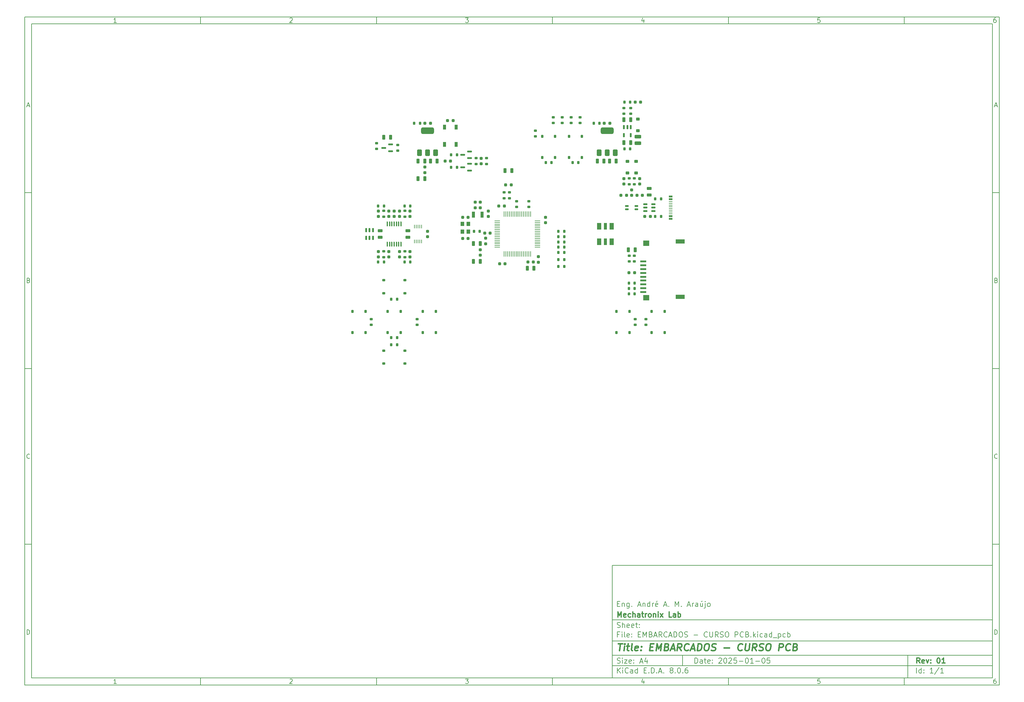
<source format=gbr>
%TF.GenerationSoftware,KiCad,Pcbnew,8.0.6*%
%TF.CreationDate,2025-01-05T13:15:26-03:00*%
%TF.ProjectId,EMBARCADOS - CURSO PCB,454d4241-5243-4414-944f-53202d204355,01*%
%TF.SameCoordinates,Original*%
%TF.FileFunction,Paste,Top*%
%TF.FilePolarity,Positive*%
%FSLAX46Y46*%
G04 Gerber Fmt 4.6, Leading zero omitted, Abs format (unit mm)*
G04 Created by KiCad (PCBNEW 8.0.6) date 2025-01-05 13:15:26*
%MOMM*%
%LPD*%
G01*
G04 APERTURE LIST*
G04 Aperture macros list*
%AMRoundRect*
0 Rectangle with rounded corners*
0 $1 Rounding radius*
0 $2 $3 $4 $5 $6 $7 $8 $9 X,Y pos of 4 corners*
0 Add a 4 corners polygon primitive as box body*
4,1,4,$2,$3,$4,$5,$6,$7,$8,$9,$2,$3,0*
0 Add four circle primitives for the rounded corners*
1,1,$1+$1,$2,$3*
1,1,$1+$1,$4,$5*
1,1,$1+$1,$6,$7*
1,1,$1+$1,$8,$9*
0 Add four rect primitives between the rounded corners*
20,1,$1+$1,$2,$3,$4,$5,0*
20,1,$1+$1,$4,$5,$6,$7,0*
20,1,$1+$1,$6,$7,$8,$9,0*
20,1,$1+$1,$8,$9,$2,$3,0*%
G04 Aperture macros list end*
%ADD10C,0.100000*%
%ADD11C,0.150000*%
%ADD12C,0.300000*%
%ADD13C,0.400000*%
%ADD14R,1.800000X0.600000*%
%ADD15R,1.700000X1.600000*%
%ADD16R,2.500000X1.300000*%
%ADD17RoundRect,0.175000X0.250000X-0.175000X0.250000X0.175000X-0.250000X0.175000X-0.250000X-0.175000X0*%
%ADD18RoundRect,0.200000X0.225000X-0.200000X0.225000X0.200000X-0.225000X0.200000X-0.225000X-0.200000X0*%
%ADD19RoundRect,0.200000X-0.200000X-0.225000X0.200000X-0.225000X0.200000X0.225000X-0.200000X0.225000X0*%
%ADD20RoundRect,0.200000X-0.225000X0.200000X-0.225000X-0.200000X0.225000X-0.200000X0.225000X0.200000X0*%
%ADD21RoundRect,0.175000X0.175000X0.250000X-0.175000X0.250000X-0.175000X-0.250000X0.175000X-0.250000X0*%
%ADD22RoundRect,0.175000X-0.250000X0.175000X-0.250000X-0.175000X0.250000X-0.175000X0.250000X0.175000X0*%
%ADD23RoundRect,0.150000X0.300000X0.150000X-0.300000X0.150000X-0.300000X-0.150000X0.300000X-0.150000X0*%
%ADD24RoundRect,0.200000X-0.350000X0.200000X-0.350000X-0.200000X0.350000X-0.200000X0.350000X0.200000X0*%
%ADD25R,0.150000X1.000000*%
%ADD26RoundRect,0.225000X0.225000X0.450000X-0.225000X0.450000X-0.225000X-0.450000X0.225000X-0.450000X0*%
%ADD27RoundRect,0.175000X-0.175000X-0.250000X0.175000X-0.250000X0.175000X0.250000X-0.175000X0.250000X0*%
%ADD28R,1.140000X0.500000*%
%ADD29R,1.140000X0.200000*%
%ADD30RoundRect,0.350000X0.350000X-0.600000X0.350000X0.600000X-0.350000X0.600000X-0.350000X-0.600000X0*%
%ADD31RoundRect,0.475000X1.375000X-0.475000X1.375000X0.475000X-1.375000X0.475000X-1.375000X-0.475000X0*%
%ADD32RoundRect,0.150000X-0.150000X0.300000X-0.150000X-0.300000X0.150000X-0.300000X0.150000X0.300000X0*%
%ADD33RoundRect,0.150000X0.150000X-0.300000X0.150000X0.300000X-0.150000X0.300000X-0.150000X-0.300000X0*%
%ADD34RoundRect,0.200000X0.200000X0.225000X-0.200000X0.225000X-0.200000X-0.225000X0.200000X-0.225000X0*%
%ADD35RoundRect,0.250000X0.700000X-0.250000X0.700000X0.250000X-0.700000X0.250000X-0.700000X-0.250000X0*%
%ADD36RoundRect,0.225000X0.450000X-0.225000X0.450000X0.225000X-0.450000X0.225000X-0.450000X-0.225000X0*%
%ADD37RoundRect,0.150000X-0.300000X-0.150000X0.300000X-0.150000X0.300000X0.150000X-0.300000X0.150000X0*%
%ADD38RoundRect,0.193750X-0.231250X0.193750X-0.231250X-0.193750X0.231250X-0.193750X0.231250X0.193750X0*%
%ADD39RoundRect,0.050000X-0.675000X-0.050000X0.675000X-0.050000X0.675000X0.050000X-0.675000X0.050000X0*%
%ADD40RoundRect,0.050000X-0.050000X-0.675000X0.050000X-0.675000X0.050000X0.675000X-0.050000X0.675000X0*%
%ADD41RoundRect,0.125000X-0.125000X0.487500X-0.125000X-0.487500X0.125000X-0.487500X0.125000X0.487500X0*%
%ADD42RoundRect,0.193750X0.231250X-0.193750X0.231250X0.193750X-0.231250X0.193750X-0.231250X-0.193750X0*%
%ADD43RoundRect,0.125000X-0.487500X-0.125000X0.487500X-0.125000X0.487500X0.125000X-0.487500X0.125000X0*%
%ADD44RoundRect,0.125000X0.562500X0.125000X-0.562500X0.125000X-0.562500X-0.125000X0.562500X-0.125000X0*%
%ADD45RoundRect,0.193750X-0.193750X-0.231250X0.193750X-0.231250X0.193750X0.231250X-0.193750X0.231250X0*%
%ADD46R,1.300000X1.900000*%
%ADD47R,0.900000X1.900000*%
%ADD48RoundRect,0.125000X0.375000X0.125000X-0.375000X0.125000X-0.375000X-0.125000X0.375000X-0.125000X0*%
%ADD49RoundRect,0.193750X0.193750X0.231250X-0.193750X0.231250X-0.193750X-0.231250X0.193750X-0.231250X0*%
%ADD50RoundRect,0.225000X-0.450000X0.225000X-0.450000X-0.225000X0.450000X-0.225000X0.450000X0.225000X0*%
%ADD51RoundRect,0.080000X0.320000X-0.620000X0.320000X0.620000X-0.320000X0.620000X-0.320000X-0.620000X0*%
%ADD52R,1.100000X1.300000*%
%ADD53R,0.900000X1.700000*%
%ADD54RoundRect,0.225000X-0.225000X-0.450000X0.225000X-0.450000X0.225000X0.450000X-0.225000X0.450000X0*%
%ADD55RoundRect,0.075000X-0.075000X0.612500X-0.075000X-0.612500X0.075000X-0.612500X0.075000X0.612500X0*%
G04 APERTURE END LIST*
D10*
D11*
X177002200Y-166007200D02*
X285002200Y-166007200D01*
X285002200Y-198007200D01*
X177002200Y-198007200D01*
X177002200Y-166007200D01*
D10*
D11*
X10000000Y-10000000D02*
X287002200Y-10000000D01*
X287002200Y-200007200D01*
X10000000Y-200007200D01*
X10000000Y-10000000D01*
D10*
D11*
X12000000Y-12000000D02*
X285002200Y-12000000D01*
X285002200Y-198007200D01*
X12000000Y-198007200D01*
X12000000Y-12000000D01*
D10*
D11*
X60000000Y-12000000D02*
X60000000Y-10000000D01*
D10*
D11*
X110000000Y-12000000D02*
X110000000Y-10000000D01*
D10*
D11*
X160000000Y-12000000D02*
X160000000Y-10000000D01*
D10*
D11*
X210000000Y-12000000D02*
X210000000Y-10000000D01*
D10*
D11*
X260000000Y-12000000D02*
X260000000Y-10000000D01*
D10*
D11*
X36089160Y-11593604D02*
X35346303Y-11593604D01*
X35717731Y-11593604D02*
X35717731Y-10293604D01*
X35717731Y-10293604D02*
X35593922Y-10479319D01*
X35593922Y-10479319D02*
X35470112Y-10603128D01*
X35470112Y-10603128D02*
X35346303Y-10665033D01*
D10*
D11*
X85346303Y-10417414D02*
X85408207Y-10355509D01*
X85408207Y-10355509D02*
X85532017Y-10293604D01*
X85532017Y-10293604D02*
X85841541Y-10293604D01*
X85841541Y-10293604D02*
X85965350Y-10355509D01*
X85965350Y-10355509D02*
X86027255Y-10417414D01*
X86027255Y-10417414D02*
X86089160Y-10541223D01*
X86089160Y-10541223D02*
X86089160Y-10665033D01*
X86089160Y-10665033D02*
X86027255Y-10850747D01*
X86027255Y-10850747D02*
X85284398Y-11593604D01*
X85284398Y-11593604D02*
X86089160Y-11593604D01*
D10*
D11*
X135284398Y-10293604D02*
X136089160Y-10293604D01*
X136089160Y-10293604D02*
X135655826Y-10788842D01*
X135655826Y-10788842D02*
X135841541Y-10788842D01*
X135841541Y-10788842D02*
X135965350Y-10850747D01*
X135965350Y-10850747D02*
X136027255Y-10912652D01*
X136027255Y-10912652D02*
X136089160Y-11036461D01*
X136089160Y-11036461D02*
X136089160Y-11345985D01*
X136089160Y-11345985D02*
X136027255Y-11469795D01*
X136027255Y-11469795D02*
X135965350Y-11531700D01*
X135965350Y-11531700D02*
X135841541Y-11593604D01*
X135841541Y-11593604D02*
X135470112Y-11593604D01*
X135470112Y-11593604D02*
X135346303Y-11531700D01*
X135346303Y-11531700D02*
X135284398Y-11469795D01*
D10*
D11*
X185965350Y-10726938D02*
X185965350Y-11593604D01*
X185655826Y-10231700D02*
X185346303Y-11160271D01*
X185346303Y-11160271D02*
X186151064Y-11160271D01*
D10*
D11*
X236027255Y-10293604D02*
X235408207Y-10293604D01*
X235408207Y-10293604D02*
X235346303Y-10912652D01*
X235346303Y-10912652D02*
X235408207Y-10850747D01*
X235408207Y-10850747D02*
X235532017Y-10788842D01*
X235532017Y-10788842D02*
X235841541Y-10788842D01*
X235841541Y-10788842D02*
X235965350Y-10850747D01*
X235965350Y-10850747D02*
X236027255Y-10912652D01*
X236027255Y-10912652D02*
X236089160Y-11036461D01*
X236089160Y-11036461D02*
X236089160Y-11345985D01*
X236089160Y-11345985D02*
X236027255Y-11469795D01*
X236027255Y-11469795D02*
X235965350Y-11531700D01*
X235965350Y-11531700D02*
X235841541Y-11593604D01*
X235841541Y-11593604D02*
X235532017Y-11593604D01*
X235532017Y-11593604D02*
X235408207Y-11531700D01*
X235408207Y-11531700D02*
X235346303Y-11469795D01*
D10*
D11*
X285965350Y-10293604D02*
X285717731Y-10293604D01*
X285717731Y-10293604D02*
X285593922Y-10355509D01*
X285593922Y-10355509D02*
X285532017Y-10417414D01*
X285532017Y-10417414D02*
X285408207Y-10603128D01*
X285408207Y-10603128D02*
X285346303Y-10850747D01*
X285346303Y-10850747D02*
X285346303Y-11345985D01*
X285346303Y-11345985D02*
X285408207Y-11469795D01*
X285408207Y-11469795D02*
X285470112Y-11531700D01*
X285470112Y-11531700D02*
X285593922Y-11593604D01*
X285593922Y-11593604D02*
X285841541Y-11593604D01*
X285841541Y-11593604D02*
X285965350Y-11531700D01*
X285965350Y-11531700D02*
X286027255Y-11469795D01*
X286027255Y-11469795D02*
X286089160Y-11345985D01*
X286089160Y-11345985D02*
X286089160Y-11036461D01*
X286089160Y-11036461D02*
X286027255Y-10912652D01*
X286027255Y-10912652D02*
X285965350Y-10850747D01*
X285965350Y-10850747D02*
X285841541Y-10788842D01*
X285841541Y-10788842D02*
X285593922Y-10788842D01*
X285593922Y-10788842D02*
X285470112Y-10850747D01*
X285470112Y-10850747D02*
X285408207Y-10912652D01*
X285408207Y-10912652D02*
X285346303Y-11036461D01*
D10*
D11*
X60000000Y-198007200D02*
X60000000Y-200007200D01*
D10*
D11*
X110000000Y-198007200D02*
X110000000Y-200007200D01*
D10*
D11*
X160000000Y-198007200D02*
X160000000Y-200007200D01*
D10*
D11*
X210000000Y-198007200D02*
X210000000Y-200007200D01*
D10*
D11*
X260000000Y-198007200D02*
X260000000Y-200007200D01*
D10*
D11*
X36089160Y-199600804D02*
X35346303Y-199600804D01*
X35717731Y-199600804D02*
X35717731Y-198300804D01*
X35717731Y-198300804D02*
X35593922Y-198486519D01*
X35593922Y-198486519D02*
X35470112Y-198610328D01*
X35470112Y-198610328D02*
X35346303Y-198672233D01*
D10*
D11*
X85346303Y-198424614D02*
X85408207Y-198362709D01*
X85408207Y-198362709D02*
X85532017Y-198300804D01*
X85532017Y-198300804D02*
X85841541Y-198300804D01*
X85841541Y-198300804D02*
X85965350Y-198362709D01*
X85965350Y-198362709D02*
X86027255Y-198424614D01*
X86027255Y-198424614D02*
X86089160Y-198548423D01*
X86089160Y-198548423D02*
X86089160Y-198672233D01*
X86089160Y-198672233D02*
X86027255Y-198857947D01*
X86027255Y-198857947D02*
X85284398Y-199600804D01*
X85284398Y-199600804D02*
X86089160Y-199600804D01*
D10*
D11*
X135284398Y-198300804D02*
X136089160Y-198300804D01*
X136089160Y-198300804D02*
X135655826Y-198796042D01*
X135655826Y-198796042D02*
X135841541Y-198796042D01*
X135841541Y-198796042D02*
X135965350Y-198857947D01*
X135965350Y-198857947D02*
X136027255Y-198919852D01*
X136027255Y-198919852D02*
X136089160Y-199043661D01*
X136089160Y-199043661D02*
X136089160Y-199353185D01*
X136089160Y-199353185D02*
X136027255Y-199476995D01*
X136027255Y-199476995D02*
X135965350Y-199538900D01*
X135965350Y-199538900D02*
X135841541Y-199600804D01*
X135841541Y-199600804D02*
X135470112Y-199600804D01*
X135470112Y-199600804D02*
X135346303Y-199538900D01*
X135346303Y-199538900D02*
X135284398Y-199476995D01*
D10*
D11*
X185965350Y-198734138D02*
X185965350Y-199600804D01*
X185655826Y-198238900D02*
X185346303Y-199167471D01*
X185346303Y-199167471D02*
X186151064Y-199167471D01*
D10*
D11*
X236027255Y-198300804D02*
X235408207Y-198300804D01*
X235408207Y-198300804D02*
X235346303Y-198919852D01*
X235346303Y-198919852D02*
X235408207Y-198857947D01*
X235408207Y-198857947D02*
X235532017Y-198796042D01*
X235532017Y-198796042D02*
X235841541Y-198796042D01*
X235841541Y-198796042D02*
X235965350Y-198857947D01*
X235965350Y-198857947D02*
X236027255Y-198919852D01*
X236027255Y-198919852D02*
X236089160Y-199043661D01*
X236089160Y-199043661D02*
X236089160Y-199353185D01*
X236089160Y-199353185D02*
X236027255Y-199476995D01*
X236027255Y-199476995D02*
X235965350Y-199538900D01*
X235965350Y-199538900D02*
X235841541Y-199600804D01*
X235841541Y-199600804D02*
X235532017Y-199600804D01*
X235532017Y-199600804D02*
X235408207Y-199538900D01*
X235408207Y-199538900D02*
X235346303Y-199476995D01*
D10*
D11*
X285965350Y-198300804D02*
X285717731Y-198300804D01*
X285717731Y-198300804D02*
X285593922Y-198362709D01*
X285593922Y-198362709D02*
X285532017Y-198424614D01*
X285532017Y-198424614D02*
X285408207Y-198610328D01*
X285408207Y-198610328D02*
X285346303Y-198857947D01*
X285346303Y-198857947D02*
X285346303Y-199353185D01*
X285346303Y-199353185D02*
X285408207Y-199476995D01*
X285408207Y-199476995D02*
X285470112Y-199538900D01*
X285470112Y-199538900D02*
X285593922Y-199600804D01*
X285593922Y-199600804D02*
X285841541Y-199600804D01*
X285841541Y-199600804D02*
X285965350Y-199538900D01*
X285965350Y-199538900D02*
X286027255Y-199476995D01*
X286027255Y-199476995D02*
X286089160Y-199353185D01*
X286089160Y-199353185D02*
X286089160Y-199043661D01*
X286089160Y-199043661D02*
X286027255Y-198919852D01*
X286027255Y-198919852D02*
X285965350Y-198857947D01*
X285965350Y-198857947D02*
X285841541Y-198796042D01*
X285841541Y-198796042D02*
X285593922Y-198796042D01*
X285593922Y-198796042D02*
X285470112Y-198857947D01*
X285470112Y-198857947D02*
X285408207Y-198919852D01*
X285408207Y-198919852D02*
X285346303Y-199043661D01*
D10*
D11*
X10000000Y-60000000D02*
X12000000Y-60000000D01*
D10*
D11*
X10000000Y-110000000D02*
X12000000Y-110000000D01*
D10*
D11*
X10000000Y-160000000D02*
X12000000Y-160000000D01*
D10*
D11*
X10690476Y-35222176D02*
X11309523Y-35222176D01*
X10566666Y-35593604D02*
X10999999Y-34293604D01*
X10999999Y-34293604D02*
X11433333Y-35593604D01*
D10*
D11*
X11092857Y-84912652D02*
X11278571Y-84974557D01*
X11278571Y-84974557D02*
X11340476Y-85036461D01*
X11340476Y-85036461D02*
X11402380Y-85160271D01*
X11402380Y-85160271D02*
X11402380Y-85345985D01*
X11402380Y-85345985D02*
X11340476Y-85469795D01*
X11340476Y-85469795D02*
X11278571Y-85531700D01*
X11278571Y-85531700D02*
X11154761Y-85593604D01*
X11154761Y-85593604D02*
X10659523Y-85593604D01*
X10659523Y-85593604D02*
X10659523Y-84293604D01*
X10659523Y-84293604D02*
X11092857Y-84293604D01*
X11092857Y-84293604D02*
X11216666Y-84355509D01*
X11216666Y-84355509D02*
X11278571Y-84417414D01*
X11278571Y-84417414D02*
X11340476Y-84541223D01*
X11340476Y-84541223D02*
X11340476Y-84665033D01*
X11340476Y-84665033D02*
X11278571Y-84788842D01*
X11278571Y-84788842D02*
X11216666Y-84850747D01*
X11216666Y-84850747D02*
X11092857Y-84912652D01*
X11092857Y-84912652D02*
X10659523Y-84912652D01*
D10*
D11*
X11402380Y-135469795D02*
X11340476Y-135531700D01*
X11340476Y-135531700D02*
X11154761Y-135593604D01*
X11154761Y-135593604D02*
X11030952Y-135593604D01*
X11030952Y-135593604D02*
X10845238Y-135531700D01*
X10845238Y-135531700D02*
X10721428Y-135407890D01*
X10721428Y-135407890D02*
X10659523Y-135284080D01*
X10659523Y-135284080D02*
X10597619Y-135036461D01*
X10597619Y-135036461D02*
X10597619Y-134850747D01*
X10597619Y-134850747D02*
X10659523Y-134603128D01*
X10659523Y-134603128D02*
X10721428Y-134479319D01*
X10721428Y-134479319D02*
X10845238Y-134355509D01*
X10845238Y-134355509D02*
X11030952Y-134293604D01*
X11030952Y-134293604D02*
X11154761Y-134293604D01*
X11154761Y-134293604D02*
X11340476Y-134355509D01*
X11340476Y-134355509D02*
X11402380Y-134417414D01*
D10*
D11*
X10659523Y-185593604D02*
X10659523Y-184293604D01*
X10659523Y-184293604D02*
X10969047Y-184293604D01*
X10969047Y-184293604D02*
X11154761Y-184355509D01*
X11154761Y-184355509D02*
X11278571Y-184479319D01*
X11278571Y-184479319D02*
X11340476Y-184603128D01*
X11340476Y-184603128D02*
X11402380Y-184850747D01*
X11402380Y-184850747D02*
X11402380Y-185036461D01*
X11402380Y-185036461D02*
X11340476Y-185284080D01*
X11340476Y-185284080D02*
X11278571Y-185407890D01*
X11278571Y-185407890D02*
X11154761Y-185531700D01*
X11154761Y-185531700D02*
X10969047Y-185593604D01*
X10969047Y-185593604D02*
X10659523Y-185593604D01*
D10*
D11*
X287002200Y-60000000D02*
X285002200Y-60000000D01*
D10*
D11*
X287002200Y-110000000D02*
X285002200Y-110000000D01*
D10*
D11*
X287002200Y-160000000D02*
X285002200Y-160000000D01*
D10*
D11*
X285692676Y-35222176D02*
X286311723Y-35222176D01*
X285568866Y-35593604D02*
X286002199Y-34293604D01*
X286002199Y-34293604D02*
X286435533Y-35593604D01*
D10*
D11*
X286095057Y-84912652D02*
X286280771Y-84974557D01*
X286280771Y-84974557D02*
X286342676Y-85036461D01*
X286342676Y-85036461D02*
X286404580Y-85160271D01*
X286404580Y-85160271D02*
X286404580Y-85345985D01*
X286404580Y-85345985D02*
X286342676Y-85469795D01*
X286342676Y-85469795D02*
X286280771Y-85531700D01*
X286280771Y-85531700D02*
X286156961Y-85593604D01*
X286156961Y-85593604D02*
X285661723Y-85593604D01*
X285661723Y-85593604D02*
X285661723Y-84293604D01*
X285661723Y-84293604D02*
X286095057Y-84293604D01*
X286095057Y-84293604D02*
X286218866Y-84355509D01*
X286218866Y-84355509D02*
X286280771Y-84417414D01*
X286280771Y-84417414D02*
X286342676Y-84541223D01*
X286342676Y-84541223D02*
X286342676Y-84665033D01*
X286342676Y-84665033D02*
X286280771Y-84788842D01*
X286280771Y-84788842D02*
X286218866Y-84850747D01*
X286218866Y-84850747D02*
X286095057Y-84912652D01*
X286095057Y-84912652D02*
X285661723Y-84912652D01*
D10*
D11*
X286404580Y-135469795D02*
X286342676Y-135531700D01*
X286342676Y-135531700D02*
X286156961Y-135593604D01*
X286156961Y-135593604D02*
X286033152Y-135593604D01*
X286033152Y-135593604D02*
X285847438Y-135531700D01*
X285847438Y-135531700D02*
X285723628Y-135407890D01*
X285723628Y-135407890D02*
X285661723Y-135284080D01*
X285661723Y-135284080D02*
X285599819Y-135036461D01*
X285599819Y-135036461D02*
X285599819Y-134850747D01*
X285599819Y-134850747D02*
X285661723Y-134603128D01*
X285661723Y-134603128D02*
X285723628Y-134479319D01*
X285723628Y-134479319D02*
X285847438Y-134355509D01*
X285847438Y-134355509D02*
X286033152Y-134293604D01*
X286033152Y-134293604D02*
X286156961Y-134293604D01*
X286156961Y-134293604D02*
X286342676Y-134355509D01*
X286342676Y-134355509D02*
X286404580Y-134417414D01*
D10*
D11*
X285661723Y-185593604D02*
X285661723Y-184293604D01*
X285661723Y-184293604D02*
X285971247Y-184293604D01*
X285971247Y-184293604D02*
X286156961Y-184355509D01*
X286156961Y-184355509D02*
X286280771Y-184479319D01*
X286280771Y-184479319D02*
X286342676Y-184603128D01*
X286342676Y-184603128D02*
X286404580Y-184850747D01*
X286404580Y-184850747D02*
X286404580Y-185036461D01*
X286404580Y-185036461D02*
X286342676Y-185284080D01*
X286342676Y-185284080D02*
X286280771Y-185407890D01*
X286280771Y-185407890D02*
X286156961Y-185531700D01*
X286156961Y-185531700D02*
X285971247Y-185593604D01*
X285971247Y-185593604D02*
X285661723Y-185593604D01*
D10*
D11*
X200458026Y-193793328D02*
X200458026Y-192293328D01*
X200458026Y-192293328D02*
X200815169Y-192293328D01*
X200815169Y-192293328D02*
X201029455Y-192364757D01*
X201029455Y-192364757D02*
X201172312Y-192507614D01*
X201172312Y-192507614D02*
X201243741Y-192650471D01*
X201243741Y-192650471D02*
X201315169Y-192936185D01*
X201315169Y-192936185D02*
X201315169Y-193150471D01*
X201315169Y-193150471D02*
X201243741Y-193436185D01*
X201243741Y-193436185D02*
X201172312Y-193579042D01*
X201172312Y-193579042D02*
X201029455Y-193721900D01*
X201029455Y-193721900D02*
X200815169Y-193793328D01*
X200815169Y-193793328D02*
X200458026Y-193793328D01*
X202600884Y-193793328D02*
X202600884Y-193007614D01*
X202600884Y-193007614D02*
X202529455Y-192864757D01*
X202529455Y-192864757D02*
X202386598Y-192793328D01*
X202386598Y-192793328D02*
X202100884Y-192793328D01*
X202100884Y-192793328D02*
X201958026Y-192864757D01*
X202600884Y-193721900D02*
X202458026Y-193793328D01*
X202458026Y-193793328D02*
X202100884Y-193793328D01*
X202100884Y-193793328D02*
X201958026Y-193721900D01*
X201958026Y-193721900D02*
X201886598Y-193579042D01*
X201886598Y-193579042D02*
X201886598Y-193436185D01*
X201886598Y-193436185D02*
X201958026Y-193293328D01*
X201958026Y-193293328D02*
X202100884Y-193221900D01*
X202100884Y-193221900D02*
X202458026Y-193221900D01*
X202458026Y-193221900D02*
X202600884Y-193150471D01*
X203100884Y-192793328D02*
X203672312Y-192793328D01*
X203315169Y-192293328D02*
X203315169Y-193579042D01*
X203315169Y-193579042D02*
X203386598Y-193721900D01*
X203386598Y-193721900D02*
X203529455Y-193793328D01*
X203529455Y-193793328D02*
X203672312Y-193793328D01*
X204743741Y-193721900D02*
X204600884Y-193793328D01*
X204600884Y-193793328D02*
X204315170Y-193793328D01*
X204315170Y-193793328D02*
X204172312Y-193721900D01*
X204172312Y-193721900D02*
X204100884Y-193579042D01*
X204100884Y-193579042D02*
X204100884Y-193007614D01*
X204100884Y-193007614D02*
X204172312Y-192864757D01*
X204172312Y-192864757D02*
X204315170Y-192793328D01*
X204315170Y-192793328D02*
X204600884Y-192793328D01*
X204600884Y-192793328D02*
X204743741Y-192864757D01*
X204743741Y-192864757D02*
X204815170Y-193007614D01*
X204815170Y-193007614D02*
X204815170Y-193150471D01*
X204815170Y-193150471D02*
X204100884Y-193293328D01*
X205458026Y-193650471D02*
X205529455Y-193721900D01*
X205529455Y-193721900D02*
X205458026Y-193793328D01*
X205458026Y-193793328D02*
X205386598Y-193721900D01*
X205386598Y-193721900D02*
X205458026Y-193650471D01*
X205458026Y-193650471D02*
X205458026Y-193793328D01*
X205458026Y-192864757D02*
X205529455Y-192936185D01*
X205529455Y-192936185D02*
X205458026Y-193007614D01*
X205458026Y-193007614D02*
X205386598Y-192936185D01*
X205386598Y-192936185D02*
X205458026Y-192864757D01*
X205458026Y-192864757D02*
X205458026Y-193007614D01*
X207243741Y-192436185D02*
X207315169Y-192364757D01*
X207315169Y-192364757D02*
X207458027Y-192293328D01*
X207458027Y-192293328D02*
X207815169Y-192293328D01*
X207815169Y-192293328D02*
X207958027Y-192364757D01*
X207958027Y-192364757D02*
X208029455Y-192436185D01*
X208029455Y-192436185D02*
X208100884Y-192579042D01*
X208100884Y-192579042D02*
X208100884Y-192721900D01*
X208100884Y-192721900D02*
X208029455Y-192936185D01*
X208029455Y-192936185D02*
X207172312Y-193793328D01*
X207172312Y-193793328D02*
X208100884Y-193793328D01*
X209029455Y-192293328D02*
X209172312Y-192293328D01*
X209172312Y-192293328D02*
X209315169Y-192364757D01*
X209315169Y-192364757D02*
X209386598Y-192436185D01*
X209386598Y-192436185D02*
X209458026Y-192579042D01*
X209458026Y-192579042D02*
X209529455Y-192864757D01*
X209529455Y-192864757D02*
X209529455Y-193221900D01*
X209529455Y-193221900D02*
X209458026Y-193507614D01*
X209458026Y-193507614D02*
X209386598Y-193650471D01*
X209386598Y-193650471D02*
X209315169Y-193721900D01*
X209315169Y-193721900D02*
X209172312Y-193793328D01*
X209172312Y-193793328D02*
X209029455Y-193793328D01*
X209029455Y-193793328D02*
X208886598Y-193721900D01*
X208886598Y-193721900D02*
X208815169Y-193650471D01*
X208815169Y-193650471D02*
X208743740Y-193507614D01*
X208743740Y-193507614D02*
X208672312Y-193221900D01*
X208672312Y-193221900D02*
X208672312Y-192864757D01*
X208672312Y-192864757D02*
X208743740Y-192579042D01*
X208743740Y-192579042D02*
X208815169Y-192436185D01*
X208815169Y-192436185D02*
X208886598Y-192364757D01*
X208886598Y-192364757D02*
X209029455Y-192293328D01*
X210100883Y-192436185D02*
X210172311Y-192364757D01*
X210172311Y-192364757D02*
X210315169Y-192293328D01*
X210315169Y-192293328D02*
X210672311Y-192293328D01*
X210672311Y-192293328D02*
X210815169Y-192364757D01*
X210815169Y-192364757D02*
X210886597Y-192436185D01*
X210886597Y-192436185D02*
X210958026Y-192579042D01*
X210958026Y-192579042D02*
X210958026Y-192721900D01*
X210958026Y-192721900D02*
X210886597Y-192936185D01*
X210886597Y-192936185D02*
X210029454Y-193793328D01*
X210029454Y-193793328D02*
X210958026Y-193793328D01*
X212315168Y-192293328D02*
X211600882Y-192293328D01*
X211600882Y-192293328D02*
X211529454Y-193007614D01*
X211529454Y-193007614D02*
X211600882Y-192936185D01*
X211600882Y-192936185D02*
X211743740Y-192864757D01*
X211743740Y-192864757D02*
X212100882Y-192864757D01*
X212100882Y-192864757D02*
X212243740Y-192936185D01*
X212243740Y-192936185D02*
X212315168Y-193007614D01*
X212315168Y-193007614D02*
X212386597Y-193150471D01*
X212386597Y-193150471D02*
X212386597Y-193507614D01*
X212386597Y-193507614D02*
X212315168Y-193650471D01*
X212315168Y-193650471D02*
X212243740Y-193721900D01*
X212243740Y-193721900D02*
X212100882Y-193793328D01*
X212100882Y-193793328D02*
X211743740Y-193793328D01*
X211743740Y-193793328D02*
X211600882Y-193721900D01*
X211600882Y-193721900D02*
X211529454Y-193650471D01*
X213029453Y-193221900D02*
X214172311Y-193221900D01*
X215172311Y-192293328D02*
X215315168Y-192293328D01*
X215315168Y-192293328D02*
X215458025Y-192364757D01*
X215458025Y-192364757D02*
X215529454Y-192436185D01*
X215529454Y-192436185D02*
X215600882Y-192579042D01*
X215600882Y-192579042D02*
X215672311Y-192864757D01*
X215672311Y-192864757D02*
X215672311Y-193221900D01*
X215672311Y-193221900D02*
X215600882Y-193507614D01*
X215600882Y-193507614D02*
X215529454Y-193650471D01*
X215529454Y-193650471D02*
X215458025Y-193721900D01*
X215458025Y-193721900D02*
X215315168Y-193793328D01*
X215315168Y-193793328D02*
X215172311Y-193793328D01*
X215172311Y-193793328D02*
X215029454Y-193721900D01*
X215029454Y-193721900D02*
X214958025Y-193650471D01*
X214958025Y-193650471D02*
X214886596Y-193507614D01*
X214886596Y-193507614D02*
X214815168Y-193221900D01*
X214815168Y-193221900D02*
X214815168Y-192864757D01*
X214815168Y-192864757D02*
X214886596Y-192579042D01*
X214886596Y-192579042D02*
X214958025Y-192436185D01*
X214958025Y-192436185D02*
X215029454Y-192364757D01*
X215029454Y-192364757D02*
X215172311Y-192293328D01*
X217100882Y-193793328D02*
X216243739Y-193793328D01*
X216672310Y-193793328D02*
X216672310Y-192293328D01*
X216672310Y-192293328D02*
X216529453Y-192507614D01*
X216529453Y-192507614D02*
X216386596Y-192650471D01*
X216386596Y-192650471D02*
X216243739Y-192721900D01*
X217743738Y-193221900D02*
X218886596Y-193221900D01*
X219886596Y-192293328D02*
X220029453Y-192293328D01*
X220029453Y-192293328D02*
X220172310Y-192364757D01*
X220172310Y-192364757D02*
X220243739Y-192436185D01*
X220243739Y-192436185D02*
X220315167Y-192579042D01*
X220315167Y-192579042D02*
X220386596Y-192864757D01*
X220386596Y-192864757D02*
X220386596Y-193221900D01*
X220386596Y-193221900D02*
X220315167Y-193507614D01*
X220315167Y-193507614D02*
X220243739Y-193650471D01*
X220243739Y-193650471D02*
X220172310Y-193721900D01*
X220172310Y-193721900D02*
X220029453Y-193793328D01*
X220029453Y-193793328D02*
X219886596Y-193793328D01*
X219886596Y-193793328D02*
X219743739Y-193721900D01*
X219743739Y-193721900D02*
X219672310Y-193650471D01*
X219672310Y-193650471D02*
X219600881Y-193507614D01*
X219600881Y-193507614D02*
X219529453Y-193221900D01*
X219529453Y-193221900D02*
X219529453Y-192864757D01*
X219529453Y-192864757D02*
X219600881Y-192579042D01*
X219600881Y-192579042D02*
X219672310Y-192436185D01*
X219672310Y-192436185D02*
X219743739Y-192364757D01*
X219743739Y-192364757D02*
X219886596Y-192293328D01*
X221743738Y-192293328D02*
X221029452Y-192293328D01*
X221029452Y-192293328D02*
X220958024Y-193007614D01*
X220958024Y-193007614D02*
X221029452Y-192936185D01*
X221029452Y-192936185D02*
X221172310Y-192864757D01*
X221172310Y-192864757D02*
X221529452Y-192864757D01*
X221529452Y-192864757D02*
X221672310Y-192936185D01*
X221672310Y-192936185D02*
X221743738Y-193007614D01*
X221743738Y-193007614D02*
X221815167Y-193150471D01*
X221815167Y-193150471D02*
X221815167Y-193507614D01*
X221815167Y-193507614D02*
X221743738Y-193650471D01*
X221743738Y-193650471D02*
X221672310Y-193721900D01*
X221672310Y-193721900D02*
X221529452Y-193793328D01*
X221529452Y-193793328D02*
X221172310Y-193793328D01*
X221172310Y-193793328D02*
X221029452Y-193721900D01*
X221029452Y-193721900D02*
X220958024Y-193650471D01*
D10*
D11*
X177002200Y-194507200D02*
X285002200Y-194507200D01*
D10*
D11*
X178458026Y-196593328D02*
X178458026Y-195093328D01*
X179315169Y-196593328D02*
X178672312Y-195736185D01*
X179315169Y-195093328D02*
X178458026Y-195950471D01*
X179958026Y-196593328D02*
X179958026Y-195593328D01*
X179958026Y-195093328D02*
X179886598Y-195164757D01*
X179886598Y-195164757D02*
X179958026Y-195236185D01*
X179958026Y-195236185D02*
X180029455Y-195164757D01*
X180029455Y-195164757D02*
X179958026Y-195093328D01*
X179958026Y-195093328D02*
X179958026Y-195236185D01*
X181529455Y-196450471D02*
X181458027Y-196521900D01*
X181458027Y-196521900D02*
X181243741Y-196593328D01*
X181243741Y-196593328D02*
X181100884Y-196593328D01*
X181100884Y-196593328D02*
X180886598Y-196521900D01*
X180886598Y-196521900D02*
X180743741Y-196379042D01*
X180743741Y-196379042D02*
X180672312Y-196236185D01*
X180672312Y-196236185D02*
X180600884Y-195950471D01*
X180600884Y-195950471D02*
X180600884Y-195736185D01*
X180600884Y-195736185D02*
X180672312Y-195450471D01*
X180672312Y-195450471D02*
X180743741Y-195307614D01*
X180743741Y-195307614D02*
X180886598Y-195164757D01*
X180886598Y-195164757D02*
X181100884Y-195093328D01*
X181100884Y-195093328D02*
X181243741Y-195093328D01*
X181243741Y-195093328D02*
X181458027Y-195164757D01*
X181458027Y-195164757D02*
X181529455Y-195236185D01*
X182815170Y-196593328D02*
X182815170Y-195807614D01*
X182815170Y-195807614D02*
X182743741Y-195664757D01*
X182743741Y-195664757D02*
X182600884Y-195593328D01*
X182600884Y-195593328D02*
X182315170Y-195593328D01*
X182315170Y-195593328D02*
X182172312Y-195664757D01*
X182815170Y-196521900D02*
X182672312Y-196593328D01*
X182672312Y-196593328D02*
X182315170Y-196593328D01*
X182315170Y-196593328D02*
X182172312Y-196521900D01*
X182172312Y-196521900D02*
X182100884Y-196379042D01*
X182100884Y-196379042D02*
X182100884Y-196236185D01*
X182100884Y-196236185D02*
X182172312Y-196093328D01*
X182172312Y-196093328D02*
X182315170Y-196021900D01*
X182315170Y-196021900D02*
X182672312Y-196021900D01*
X182672312Y-196021900D02*
X182815170Y-195950471D01*
X184172313Y-196593328D02*
X184172313Y-195093328D01*
X184172313Y-196521900D02*
X184029455Y-196593328D01*
X184029455Y-196593328D02*
X183743741Y-196593328D01*
X183743741Y-196593328D02*
X183600884Y-196521900D01*
X183600884Y-196521900D02*
X183529455Y-196450471D01*
X183529455Y-196450471D02*
X183458027Y-196307614D01*
X183458027Y-196307614D02*
X183458027Y-195879042D01*
X183458027Y-195879042D02*
X183529455Y-195736185D01*
X183529455Y-195736185D02*
X183600884Y-195664757D01*
X183600884Y-195664757D02*
X183743741Y-195593328D01*
X183743741Y-195593328D02*
X184029455Y-195593328D01*
X184029455Y-195593328D02*
X184172313Y-195664757D01*
X186029455Y-195807614D02*
X186529455Y-195807614D01*
X186743741Y-196593328D02*
X186029455Y-196593328D01*
X186029455Y-196593328D02*
X186029455Y-195093328D01*
X186029455Y-195093328D02*
X186743741Y-195093328D01*
X187386598Y-196450471D02*
X187458027Y-196521900D01*
X187458027Y-196521900D02*
X187386598Y-196593328D01*
X187386598Y-196593328D02*
X187315170Y-196521900D01*
X187315170Y-196521900D02*
X187386598Y-196450471D01*
X187386598Y-196450471D02*
X187386598Y-196593328D01*
X188100884Y-196593328D02*
X188100884Y-195093328D01*
X188100884Y-195093328D02*
X188458027Y-195093328D01*
X188458027Y-195093328D02*
X188672313Y-195164757D01*
X188672313Y-195164757D02*
X188815170Y-195307614D01*
X188815170Y-195307614D02*
X188886599Y-195450471D01*
X188886599Y-195450471D02*
X188958027Y-195736185D01*
X188958027Y-195736185D02*
X188958027Y-195950471D01*
X188958027Y-195950471D02*
X188886599Y-196236185D01*
X188886599Y-196236185D02*
X188815170Y-196379042D01*
X188815170Y-196379042D02*
X188672313Y-196521900D01*
X188672313Y-196521900D02*
X188458027Y-196593328D01*
X188458027Y-196593328D02*
X188100884Y-196593328D01*
X189600884Y-196450471D02*
X189672313Y-196521900D01*
X189672313Y-196521900D02*
X189600884Y-196593328D01*
X189600884Y-196593328D02*
X189529456Y-196521900D01*
X189529456Y-196521900D02*
X189600884Y-196450471D01*
X189600884Y-196450471D02*
X189600884Y-196593328D01*
X190243742Y-196164757D02*
X190958028Y-196164757D01*
X190100885Y-196593328D02*
X190600885Y-195093328D01*
X190600885Y-195093328D02*
X191100885Y-196593328D01*
X191600884Y-196450471D02*
X191672313Y-196521900D01*
X191672313Y-196521900D02*
X191600884Y-196593328D01*
X191600884Y-196593328D02*
X191529456Y-196521900D01*
X191529456Y-196521900D02*
X191600884Y-196450471D01*
X191600884Y-196450471D02*
X191600884Y-196593328D01*
X193672313Y-195736185D02*
X193529456Y-195664757D01*
X193529456Y-195664757D02*
X193458027Y-195593328D01*
X193458027Y-195593328D02*
X193386599Y-195450471D01*
X193386599Y-195450471D02*
X193386599Y-195379042D01*
X193386599Y-195379042D02*
X193458027Y-195236185D01*
X193458027Y-195236185D02*
X193529456Y-195164757D01*
X193529456Y-195164757D02*
X193672313Y-195093328D01*
X193672313Y-195093328D02*
X193958027Y-195093328D01*
X193958027Y-195093328D02*
X194100885Y-195164757D01*
X194100885Y-195164757D02*
X194172313Y-195236185D01*
X194172313Y-195236185D02*
X194243742Y-195379042D01*
X194243742Y-195379042D02*
X194243742Y-195450471D01*
X194243742Y-195450471D02*
X194172313Y-195593328D01*
X194172313Y-195593328D02*
X194100885Y-195664757D01*
X194100885Y-195664757D02*
X193958027Y-195736185D01*
X193958027Y-195736185D02*
X193672313Y-195736185D01*
X193672313Y-195736185D02*
X193529456Y-195807614D01*
X193529456Y-195807614D02*
X193458027Y-195879042D01*
X193458027Y-195879042D02*
X193386599Y-196021900D01*
X193386599Y-196021900D02*
X193386599Y-196307614D01*
X193386599Y-196307614D02*
X193458027Y-196450471D01*
X193458027Y-196450471D02*
X193529456Y-196521900D01*
X193529456Y-196521900D02*
X193672313Y-196593328D01*
X193672313Y-196593328D02*
X193958027Y-196593328D01*
X193958027Y-196593328D02*
X194100885Y-196521900D01*
X194100885Y-196521900D02*
X194172313Y-196450471D01*
X194172313Y-196450471D02*
X194243742Y-196307614D01*
X194243742Y-196307614D02*
X194243742Y-196021900D01*
X194243742Y-196021900D02*
X194172313Y-195879042D01*
X194172313Y-195879042D02*
X194100885Y-195807614D01*
X194100885Y-195807614D02*
X193958027Y-195736185D01*
X194886598Y-196450471D02*
X194958027Y-196521900D01*
X194958027Y-196521900D02*
X194886598Y-196593328D01*
X194886598Y-196593328D02*
X194815170Y-196521900D01*
X194815170Y-196521900D02*
X194886598Y-196450471D01*
X194886598Y-196450471D02*
X194886598Y-196593328D01*
X195886599Y-195093328D02*
X196029456Y-195093328D01*
X196029456Y-195093328D02*
X196172313Y-195164757D01*
X196172313Y-195164757D02*
X196243742Y-195236185D01*
X196243742Y-195236185D02*
X196315170Y-195379042D01*
X196315170Y-195379042D02*
X196386599Y-195664757D01*
X196386599Y-195664757D02*
X196386599Y-196021900D01*
X196386599Y-196021900D02*
X196315170Y-196307614D01*
X196315170Y-196307614D02*
X196243742Y-196450471D01*
X196243742Y-196450471D02*
X196172313Y-196521900D01*
X196172313Y-196521900D02*
X196029456Y-196593328D01*
X196029456Y-196593328D02*
X195886599Y-196593328D01*
X195886599Y-196593328D02*
X195743742Y-196521900D01*
X195743742Y-196521900D02*
X195672313Y-196450471D01*
X195672313Y-196450471D02*
X195600884Y-196307614D01*
X195600884Y-196307614D02*
X195529456Y-196021900D01*
X195529456Y-196021900D02*
X195529456Y-195664757D01*
X195529456Y-195664757D02*
X195600884Y-195379042D01*
X195600884Y-195379042D02*
X195672313Y-195236185D01*
X195672313Y-195236185D02*
X195743742Y-195164757D01*
X195743742Y-195164757D02*
X195886599Y-195093328D01*
X197029455Y-196450471D02*
X197100884Y-196521900D01*
X197100884Y-196521900D02*
X197029455Y-196593328D01*
X197029455Y-196593328D02*
X196958027Y-196521900D01*
X196958027Y-196521900D02*
X197029455Y-196450471D01*
X197029455Y-196450471D02*
X197029455Y-196593328D01*
X198386599Y-195093328D02*
X198100884Y-195093328D01*
X198100884Y-195093328D02*
X197958027Y-195164757D01*
X197958027Y-195164757D02*
X197886599Y-195236185D01*
X197886599Y-195236185D02*
X197743741Y-195450471D01*
X197743741Y-195450471D02*
X197672313Y-195736185D01*
X197672313Y-195736185D02*
X197672313Y-196307614D01*
X197672313Y-196307614D02*
X197743741Y-196450471D01*
X197743741Y-196450471D02*
X197815170Y-196521900D01*
X197815170Y-196521900D02*
X197958027Y-196593328D01*
X197958027Y-196593328D02*
X198243741Y-196593328D01*
X198243741Y-196593328D02*
X198386599Y-196521900D01*
X198386599Y-196521900D02*
X198458027Y-196450471D01*
X198458027Y-196450471D02*
X198529456Y-196307614D01*
X198529456Y-196307614D02*
X198529456Y-195950471D01*
X198529456Y-195950471D02*
X198458027Y-195807614D01*
X198458027Y-195807614D02*
X198386599Y-195736185D01*
X198386599Y-195736185D02*
X198243741Y-195664757D01*
X198243741Y-195664757D02*
X197958027Y-195664757D01*
X197958027Y-195664757D02*
X197815170Y-195736185D01*
X197815170Y-195736185D02*
X197743741Y-195807614D01*
X197743741Y-195807614D02*
X197672313Y-195950471D01*
D10*
D11*
X177002200Y-191507200D02*
X285002200Y-191507200D01*
D10*
D12*
X264413853Y-193785528D02*
X263913853Y-193071242D01*
X263556710Y-193785528D02*
X263556710Y-192285528D01*
X263556710Y-192285528D02*
X264128139Y-192285528D01*
X264128139Y-192285528D02*
X264270996Y-192356957D01*
X264270996Y-192356957D02*
X264342425Y-192428385D01*
X264342425Y-192428385D02*
X264413853Y-192571242D01*
X264413853Y-192571242D02*
X264413853Y-192785528D01*
X264413853Y-192785528D02*
X264342425Y-192928385D01*
X264342425Y-192928385D02*
X264270996Y-192999814D01*
X264270996Y-192999814D02*
X264128139Y-193071242D01*
X264128139Y-193071242D02*
X263556710Y-193071242D01*
X265628139Y-193714100D02*
X265485282Y-193785528D01*
X265485282Y-193785528D02*
X265199568Y-193785528D01*
X265199568Y-193785528D02*
X265056710Y-193714100D01*
X265056710Y-193714100D02*
X264985282Y-193571242D01*
X264985282Y-193571242D02*
X264985282Y-192999814D01*
X264985282Y-192999814D02*
X265056710Y-192856957D01*
X265056710Y-192856957D02*
X265199568Y-192785528D01*
X265199568Y-192785528D02*
X265485282Y-192785528D01*
X265485282Y-192785528D02*
X265628139Y-192856957D01*
X265628139Y-192856957D02*
X265699568Y-192999814D01*
X265699568Y-192999814D02*
X265699568Y-193142671D01*
X265699568Y-193142671D02*
X264985282Y-193285528D01*
X266199567Y-192785528D02*
X266556710Y-193785528D01*
X266556710Y-193785528D02*
X266913853Y-192785528D01*
X267485281Y-193642671D02*
X267556710Y-193714100D01*
X267556710Y-193714100D02*
X267485281Y-193785528D01*
X267485281Y-193785528D02*
X267413853Y-193714100D01*
X267413853Y-193714100D02*
X267485281Y-193642671D01*
X267485281Y-193642671D02*
X267485281Y-193785528D01*
X267485281Y-192856957D02*
X267556710Y-192928385D01*
X267556710Y-192928385D02*
X267485281Y-192999814D01*
X267485281Y-192999814D02*
X267413853Y-192928385D01*
X267413853Y-192928385D02*
X267485281Y-192856957D01*
X267485281Y-192856957D02*
X267485281Y-192999814D01*
X269628139Y-192285528D02*
X269770996Y-192285528D01*
X269770996Y-192285528D02*
X269913853Y-192356957D01*
X269913853Y-192356957D02*
X269985282Y-192428385D01*
X269985282Y-192428385D02*
X270056710Y-192571242D01*
X270056710Y-192571242D02*
X270128139Y-192856957D01*
X270128139Y-192856957D02*
X270128139Y-193214100D01*
X270128139Y-193214100D02*
X270056710Y-193499814D01*
X270056710Y-193499814D02*
X269985282Y-193642671D01*
X269985282Y-193642671D02*
X269913853Y-193714100D01*
X269913853Y-193714100D02*
X269770996Y-193785528D01*
X269770996Y-193785528D02*
X269628139Y-193785528D01*
X269628139Y-193785528D02*
X269485282Y-193714100D01*
X269485282Y-193714100D02*
X269413853Y-193642671D01*
X269413853Y-193642671D02*
X269342424Y-193499814D01*
X269342424Y-193499814D02*
X269270996Y-193214100D01*
X269270996Y-193214100D02*
X269270996Y-192856957D01*
X269270996Y-192856957D02*
X269342424Y-192571242D01*
X269342424Y-192571242D02*
X269413853Y-192428385D01*
X269413853Y-192428385D02*
X269485282Y-192356957D01*
X269485282Y-192356957D02*
X269628139Y-192285528D01*
X271556710Y-193785528D02*
X270699567Y-193785528D01*
X271128138Y-193785528D02*
X271128138Y-192285528D01*
X271128138Y-192285528D02*
X270985281Y-192499814D01*
X270985281Y-192499814D02*
X270842424Y-192642671D01*
X270842424Y-192642671D02*
X270699567Y-192714100D01*
D10*
D11*
X178386598Y-193721900D02*
X178600884Y-193793328D01*
X178600884Y-193793328D02*
X178958026Y-193793328D01*
X178958026Y-193793328D02*
X179100884Y-193721900D01*
X179100884Y-193721900D02*
X179172312Y-193650471D01*
X179172312Y-193650471D02*
X179243741Y-193507614D01*
X179243741Y-193507614D02*
X179243741Y-193364757D01*
X179243741Y-193364757D02*
X179172312Y-193221900D01*
X179172312Y-193221900D02*
X179100884Y-193150471D01*
X179100884Y-193150471D02*
X178958026Y-193079042D01*
X178958026Y-193079042D02*
X178672312Y-193007614D01*
X178672312Y-193007614D02*
X178529455Y-192936185D01*
X178529455Y-192936185D02*
X178458026Y-192864757D01*
X178458026Y-192864757D02*
X178386598Y-192721900D01*
X178386598Y-192721900D02*
X178386598Y-192579042D01*
X178386598Y-192579042D02*
X178458026Y-192436185D01*
X178458026Y-192436185D02*
X178529455Y-192364757D01*
X178529455Y-192364757D02*
X178672312Y-192293328D01*
X178672312Y-192293328D02*
X179029455Y-192293328D01*
X179029455Y-192293328D02*
X179243741Y-192364757D01*
X179886597Y-193793328D02*
X179886597Y-192793328D01*
X179886597Y-192293328D02*
X179815169Y-192364757D01*
X179815169Y-192364757D02*
X179886597Y-192436185D01*
X179886597Y-192436185D02*
X179958026Y-192364757D01*
X179958026Y-192364757D02*
X179886597Y-192293328D01*
X179886597Y-192293328D02*
X179886597Y-192436185D01*
X180458026Y-192793328D02*
X181243741Y-192793328D01*
X181243741Y-192793328D02*
X180458026Y-193793328D01*
X180458026Y-193793328D02*
X181243741Y-193793328D01*
X182386598Y-193721900D02*
X182243741Y-193793328D01*
X182243741Y-193793328D02*
X181958027Y-193793328D01*
X181958027Y-193793328D02*
X181815169Y-193721900D01*
X181815169Y-193721900D02*
X181743741Y-193579042D01*
X181743741Y-193579042D02*
X181743741Y-193007614D01*
X181743741Y-193007614D02*
X181815169Y-192864757D01*
X181815169Y-192864757D02*
X181958027Y-192793328D01*
X181958027Y-192793328D02*
X182243741Y-192793328D01*
X182243741Y-192793328D02*
X182386598Y-192864757D01*
X182386598Y-192864757D02*
X182458027Y-193007614D01*
X182458027Y-193007614D02*
X182458027Y-193150471D01*
X182458027Y-193150471D02*
X181743741Y-193293328D01*
X183100883Y-193650471D02*
X183172312Y-193721900D01*
X183172312Y-193721900D02*
X183100883Y-193793328D01*
X183100883Y-193793328D02*
X183029455Y-193721900D01*
X183029455Y-193721900D02*
X183100883Y-193650471D01*
X183100883Y-193650471D02*
X183100883Y-193793328D01*
X183100883Y-192864757D02*
X183172312Y-192936185D01*
X183172312Y-192936185D02*
X183100883Y-193007614D01*
X183100883Y-193007614D02*
X183029455Y-192936185D01*
X183029455Y-192936185D02*
X183100883Y-192864757D01*
X183100883Y-192864757D02*
X183100883Y-193007614D01*
X184886598Y-193364757D02*
X185600884Y-193364757D01*
X184743741Y-193793328D02*
X185243741Y-192293328D01*
X185243741Y-192293328D02*
X185743741Y-193793328D01*
X186886598Y-192793328D02*
X186886598Y-193793328D01*
X186529455Y-192221900D02*
X186172312Y-193293328D01*
X186172312Y-193293328D02*
X187100883Y-193293328D01*
D10*
D11*
X263458026Y-196593328D02*
X263458026Y-195093328D01*
X264815170Y-196593328D02*
X264815170Y-195093328D01*
X264815170Y-196521900D02*
X264672312Y-196593328D01*
X264672312Y-196593328D02*
X264386598Y-196593328D01*
X264386598Y-196593328D02*
X264243741Y-196521900D01*
X264243741Y-196521900D02*
X264172312Y-196450471D01*
X264172312Y-196450471D02*
X264100884Y-196307614D01*
X264100884Y-196307614D02*
X264100884Y-195879042D01*
X264100884Y-195879042D02*
X264172312Y-195736185D01*
X264172312Y-195736185D02*
X264243741Y-195664757D01*
X264243741Y-195664757D02*
X264386598Y-195593328D01*
X264386598Y-195593328D02*
X264672312Y-195593328D01*
X264672312Y-195593328D02*
X264815170Y-195664757D01*
X265529455Y-196450471D02*
X265600884Y-196521900D01*
X265600884Y-196521900D02*
X265529455Y-196593328D01*
X265529455Y-196593328D02*
X265458027Y-196521900D01*
X265458027Y-196521900D02*
X265529455Y-196450471D01*
X265529455Y-196450471D02*
X265529455Y-196593328D01*
X265529455Y-195664757D02*
X265600884Y-195736185D01*
X265600884Y-195736185D02*
X265529455Y-195807614D01*
X265529455Y-195807614D02*
X265458027Y-195736185D01*
X265458027Y-195736185D02*
X265529455Y-195664757D01*
X265529455Y-195664757D02*
X265529455Y-195807614D01*
X268172313Y-196593328D02*
X267315170Y-196593328D01*
X267743741Y-196593328D02*
X267743741Y-195093328D01*
X267743741Y-195093328D02*
X267600884Y-195307614D01*
X267600884Y-195307614D02*
X267458027Y-195450471D01*
X267458027Y-195450471D02*
X267315170Y-195521900D01*
X269886598Y-195021900D02*
X268600884Y-196950471D01*
X271172313Y-196593328D02*
X270315170Y-196593328D01*
X270743741Y-196593328D02*
X270743741Y-195093328D01*
X270743741Y-195093328D02*
X270600884Y-195307614D01*
X270600884Y-195307614D02*
X270458027Y-195450471D01*
X270458027Y-195450471D02*
X270315170Y-195521900D01*
D10*
D11*
X177002200Y-187507200D02*
X285002200Y-187507200D01*
D10*
D13*
X178693928Y-188211638D02*
X179836785Y-188211638D01*
X179015357Y-190211638D02*
X179265357Y-188211638D01*
X180253452Y-190211638D02*
X180420119Y-188878304D01*
X180503452Y-188211638D02*
X180396309Y-188306876D01*
X180396309Y-188306876D02*
X180479643Y-188402114D01*
X180479643Y-188402114D02*
X180586786Y-188306876D01*
X180586786Y-188306876D02*
X180503452Y-188211638D01*
X180503452Y-188211638D02*
X180479643Y-188402114D01*
X181086786Y-188878304D02*
X181848690Y-188878304D01*
X181455833Y-188211638D02*
X181241548Y-189925923D01*
X181241548Y-189925923D02*
X181312976Y-190116400D01*
X181312976Y-190116400D02*
X181491548Y-190211638D01*
X181491548Y-190211638D02*
X181682024Y-190211638D01*
X182634405Y-190211638D02*
X182455833Y-190116400D01*
X182455833Y-190116400D02*
X182384405Y-189925923D01*
X182384405Y-189925923D02*
X182598690Y-188211638D01*
X184170119Y-190116400D02*
X183967738Y-190211638D01*
X183967738Y-190211638D02*
X183586785Y-190211638D01*
X183586785Y-190211638D02*
X183408214Y-190116400D01*
X183408214Y-190116400D02*
X183336785Y-189925923D01*
X183336785Y-189925923D02*
X183432024Y-189164019D01*
X183432024Y-189164019D02*
X183551071Y-188973542D01*
X183551071Y-188973542D02*
X183753452Y-188878304D01*
X183753452Y-188878304D02*
X184134404Y-188878304D01*
X184134404Y-188878304D02*
X184312976Y-188973542D01*
X184312976Y-188973542D02*
X184384404Y-189164019D01*
X184384404Y-189164019D02*
X184360595Y-189354495D01*
X184360595Y-189354495D02*
X183384404Y-189544971D01*
X185134405Y-190021161D02*
X185217738Y-190116400D01*
X185217738Y-190116400D02*
X185110595Y-190211638D01*
X185110595Y-190211638D02*
X185027262Y-190116400D01*
X185027262Y-190116400D02*
X185134405Y-190021161D01*
X185134405Y-190021161D02*
X185110595Y-190211638D01*
X185265357Y-188973542D02*
X185348690Y-189068780D01*
X185348690Y-189068780D02*
X185241548Y-189164019D01*
X185241548Y-189164019D02*
X185158214Y-189068780D01*
X185158214Y-189068780D02*
X185265357Y-188973542D01*
X185265357Y-188973542D02*
X185241548Y-189164019D01*
X187717739Y-189164019D02*
X188384405Y-189164019D01*
X188539167Y-190211638D02*
X187586786Y-190211638D01*
X187586786Y-190211638D02*
X187836786Y-188211638D01*
X187836786Y-188211638D02*
X188789167Y-188211638D01*
X189396310Y-190211638D02*
X189646310Y-188211638D01*
X189646310Y-188211638D02*
X190134405Y-189640209D01*
X190134405Y-189640209D02*
X190979644Y-188211638D01*
X190979644Y-188211638D02*
X190729644Y-190211638D01*
X192479643Y-189164019D02*
X192753453Y-189259257D01*
X192753453Y-189259257D02*
X192836786Y-189354495D01*
X192836786Y-189354495D02*
X192908215Y-189544971D01*
X192908215Y-189544971D02*
X192872500Y-189830685D01*
X192872500Y-189830685D02*
X192753453Y-190021161D01*
X192753453Y-190021161D02*
X192646310Y-190116400D01*
X192646310Y-190116400D02*
X192443929Y-190211638D01*
X192443929Y-190211638D02*
X191682024Y-190211638D01*
X191682024Y-190211638D02*
X191932024Y-188211638D01*
X191932024Y-188211638D02*
X192598691Y-188211638D01*
X192598691Y-188211638D02*
X192777262Y-188306876D01*
X192777262Y-188306876D02*
X192860596Y-188402114D01*
X192860596Y-188402114D02*
X192932024Y-188592590D01*
X192932024Y-188592590D02*
X192908215Y-188783066D01*
X192908215Y-188783066D02*
X192789167Y-188973542D01*
X192789167Y-188973542D02*
X192682024Y-189068780D01*
X192682024Y-189068780D02*
X192479643Y-189164019D01*
X192479643Y-189164019D02*
X191812977Y-189164019D01*
X193658215Y-189640209D02*
X194610596Y-189640209D01*
X193396310Y-190211638D02*
X194312977Y-188211638D01*
X194312977Y-188211638D02*
X194729643Y-190211638D01*
X196539167Y-190211638D02*
X195991548Y-189259257D01*
X195396310Y-190211638D02*
X195646310Y-188211638D01*
X195646310Y-188211638D02*
X196408215Y-188211638D01*
X196408215Y-188211638D02*
X196586786Y-188306876D01*
X196586786Y-188306876D02*
X196670120Y-188402114D01*
X196670120Y-188402114D02*
X196741548Y-188592590D01*
X196741548Y-188592590D02*
X196705834Y-188878304D01*
X196705834Y-188878304D02*
X196586786Y-189068780D01*
X196586786Y-189068780D02*
X196479644Y-189164019D01*
X196479644Y-189164019D02*
X196277263Y-189259257D01*
X196277263Y-189259257D02*
X195515358Y-189259257D01*
X198562977Y-190021161D02*
X198455834Y-190116400D01*
X198455834Y-190116400D02*
X198158215Y-190211638D01*
X198158215Y-190211638D02*
X197967739Y-190211638D01*
X197967739Y-190211638D02*
X197693929Y-190116400D01*
X197693929Y-190116400D02*
X197527263Y-189925923D01*
X197527263Y-189925923D02*
X197455834Y-189735447D01*
X197455834Y-189735447D02*
X197408215Y-189354495D01*
X197408215Y-189354495D02*
X197443929Y-189068780D01*
X197443929Y-189068780D02*
X197586786Y-188687828D01*
X197586786Y-188687828D02*
X197705834Y-188497352D01*
X197705834Y-188497352D02*
X197920120Y-188306876D01*
X197920120Y-188306876D02*
X198217739Y-188211638D01*
X198217739Y-188211638D02*
X198408215Y-188211638D01*
X198408215Y-188211638D02*
X198682025Y-188306876D01*
X198682025Y-188306876D02*
X198765358Y-188402114D01*
X199372501Y-189640209D02*
X200324882Y-189640209D01*
X199110596Y-190211638D02*
X200027263Y-188211638D01*
X200027263Y-188211638D02*
X200443929Y-190211638D01*
X201110596Y-190211638D02*
X201360596Y-188211638D01*
X201360596Y-188211638D02*
X201836787Y-188211638D01*
X201836787Y-188211638D02*
X202110596Y-188306876D01*
X202110596Y-188306876D02*
X202277263Y-188497352D01*
X202277263Y-188497352D02*
X202348691Y-188687828D01*
X202348691Y-188687828D02*
X202396311Y-189068780D01*
X202396311Y-189068780D02*
X202360596Y-189354495D01*
X202360596Y-189354495D02*
X202217739Y-189735447D01*
X202217739Y-189735447D02*
X202098691Y-189925923D01*
X202098691Y-189925923D02*
X201884406Y-190116400D01*
X201884406Y-190116400D02*
X201586787Y-190211638D01*
X201586787Y-190211638D02*
X201110596Y-190211638D01*
X203741549Y-188211638D02*
X204122501Y-188211638D01*
X204122501Y-188211638D02*
X204301072Y-188306876D01*
X204301072Y-188306876D02*
X204467739Y-188497352D01*
X204467739Y-188497352D02*
X204515358Y-188878304D01*
X204515358Y-188878304D02*
X204432025Y-189544971D01*
X204432025Y-189544971D02*
X204289168Y-189925923D01*
X204289168Y-189925923D02*
X204074882Y-190116400D01*
X204074882Y-190116400D02*
X203872501Y-190211638D01*
X203872501Y-190211638D02*
X203491549Y-190211638D01*
X203491549Y-190211638D02*
X203312977Y-190116400D01*
X203312977Y-190116400D02*
X203146311Y-189925923D01*
X203146311Y-189925923D02*
X203098691Y-189544971D01*
X203098691Y-189544971D02*
X203182025Y-188878304D01*
X203182025Y-188878304D02*
X203324882Y-188497352D01*
X203324882Y-188497352D02*
X203539168Y-188306876D01*
X203539168Y-188306876D02*
X203741549Y-188211638D01*
X205122501Y-190116400D02*
X205396310Y-190211638D01*
X205396310Y-190211638D02*
X205872501Y-190211638D01*
X205872501Y-190211638D02*
X206074882Y-190116400D01*
X206074882Y-190116400D02*
X206182025Y-190021161D01*
X206182025Y-190021161D02*
X206301072Y-189830685D01*
X206301072Y-189830685D02*
X206324882Y-189640209D01*
X206324882Y-189640209D02*
X206253453Y-189449733D01*
X206253453Y-189449733D02*
X206170120Y-189354495D01*
X206170120Y-189354495D02*
X205991549Y-189259257D01*
X205991549Y-189259257D02*
X205622501Y-189164019D01*
X205622501Y-189164019D02*
X205443929Y-189068780D01*
X205443929Y-189068780D02*
X205360596Y-188973542D01*
X205360596Y-188973542D02*
X205289168Y-188783066D01*
X205289168Y-188783066D02*
X205312977Y-188592590D01*
X205312977Y-188592590D02*
X205432025Y-188402114D01*
X205432025Y-188402114D02*
X205539168Y-188306876D01*
X205539168Y-188306876D02*
X205741549Y-188211638D01*
X205741549Y-188211638D02*
X206217739Y-188211638D01*
X206217739Y-188211638D02*
X206491549Y-188306876D01*
X208729644Y-189449733D02*
X210253454Y-189449733D01*
X213801073Y-190021161D02*
X213693930Y-190116400D01*
X213693930Y-190116400D02*
X213396311Y-190211638D01*
X213396311Y-190211638D02*
X213205835Y-190211638D01*
X213205835Y-190211638D02*
X212932025Y-190116400D01*
X212932025Y-190116400D02*
X212765359Y-189925923D01*
X212765359Y-189925923D02*
X212693930Y-189735447D01*
X212693930Y-189735447D02*
X212646311Y-189354495D01*
X212646311Y-189354495D02*
X212682025Y-189068780D01*
X212682025Y-189068780D02*
X212824882Y-188687828D01*
X212824882Y-188687828D02*
X212943930Y-188497352D01*
X212943930Y-188497352D02*
X213158216Y-188306876D01*
X213158216Y-188306876D02*
X213455835Y-188211638D01*
X213455835Y-188211638D02*
X213646311Y-188211638D01*
X213646311Y-188211638D02*
X213920121Y-188306876D01*
X213920121Y-188306876D02*
X214003454Y-188402114D01*
X214884406Y-188211638D02*
X214682025Y-189830685D01*
X214682025Y-189830685D02*
X214753454Y-190021161D01*
X214753454Y-190021161D02*
X214836787Y-190116400D01*
X214836787Y-190116400D02*
X215015359Y-190211638D01*
X215015359Y-190211638D02*
X215396311Y-190211638D01*
X215396311Y-190211638D02*
X215598692Y-190116400D01*
X215598692Y-190116400D02*
X215705835Y-190021161D01*
X215705835Y-190021161D02*
X215824882Y-189830685D01*
X215824882Y-189830685D02*
X216027263Y-188211638D01*
X217872501Y-190211638D02*
X217324882Y-189259257D01*
X216729644Y-190211638D02*
X216979644Y-188211638D01*
X216979644Y-188211638D02*
X217741549Y-188211638D01*
X217741549Y-188211638D02*
X217920120Y-188306876D01*
X217920120Y-188306876D02*
X218003454Y-188402114D01*
X218003454Y-188402114D02*
X218074882Y-188592590D01*
X218074882Y-188592590D02*
X218039168Y-188878304D01*
X218039168Y-188878304D02*
X217920120Y-189068780D01*
X217920120Y-189068780D02*
X217812978Y-189164019D01*
X217812978Y-189164019D02*
X217610597Y-189259257D01*
X217610597Y-189259257D02*
X216848692Y-189259257D01*
X218646311Y-190116400D02*
X218920120Y-190211638D01*
X218920120Y-190211638D02*
X219396311Y-190211638D01*
X219396311Y-190211638D02*
X219598692Y-190116400D01*
X219598692Y-190116400D02*
X219705835Y-190021161D01*
X219705835Y-190021161D02*
X219824882Y-189830685D01*
X219824882Y-189830685D02*
X219848692Y-189640209D01*
X219848692Y-189640209D02*
X219777263Y-189449733D01*
X219777263Y-189449733D02*
X219693930Y-189354495D01*
X219693930Y-189354495D02*
X219515359Y-189259257D01*
X219515359Y-189259257D02*
X219146311Y-189164019D01*
X219146311Y-189164019D02*
X218967739Y-189068780D01*
X218967739Y-189068780D02*
X218884406Y-188973542D01*
X218884406Y-188973542D02*
X218812978Y-188783066D01*
X218812978Y-188783066D02*
X218836787Y-188592590D01*
X218836787Y-188592590D02*
X218955835Y-188402114D01*
X218955835Y-188402114D02*
X219062978Y-188306876D01*
X219062978Y-188306876D02*
X219265359Y-188211638D01*
X219265359Y-188211638D02*
X219741549Y-188211638D01*
X219741549Y-188211638D02*
X220015359Y-188306876D01*
X221265359Y-188211638D02*
X221646311Y-188211638D01*
X221646311Y-188211638D02*
X221824882Y-188306876D01*
X221824882Y-188306876D02*
X221991549Y-188497352D01*
X221991549Y-188497352D02*
X222039168Y-188878304D01*
X222039168Y-188878304D02*
X221955835Y-189544971D01*
X221955835Y-189544971D02*
X221812978Y-189925923D01*
X221812978Y-189925923D02*
X221598692Y-190116400D01*
X221598692Y-190116400D02*
X221396311Y-190211638D01*
X221396311Y-190211638D02*
X221015359Y-190211638D01*
X221015359Y-190211638D02*
X220836787Y-190116400D01*
X220836787Y-190116400D02*
X220670121Y-189925923D01*
X220670121Y-189925923D02*
X220622501Y-189544971D01*
X220622501Y-189544971D02*
X220705835Y-188878304D01*
X220705835Y-188878304D02*
X220848692Y-188497352D01*
X220848692Y-188497352D02*
X221062978Y-188306876D01*
X221062978Y-188306876D02*
X221265359Y-188211638D01*
X224253454Y-190211638D02*
X224503454Y-188211638D01*
X224503454Y-188211638D02*
X225265359Y-188211638D01*
X225265359Y-188211638D02*
X225443930Y-188306876D01*
X225443930Y-188306876D02*
X225527264Y-188402114D01*
X225527264Y-188402114D02*
X225598692Y-188592590D01*
X225598692Y-188592590D02*
X225562978Y-188878304D01*
X225562978Y-188878304D02*
X225443930Y-189068780D01*
X225443930Y-189068780D02*
X225336788Y-189164019D01*
X225336788Y-189164019D02*
X225134407Y-189259257D01*
X225134407Y-189259257D02*
X224372502Y-189259257D01*
X227420121Y-190021161D02*
X227312978Y-190116400D01*
X227312978Y-190116400D02*
X227015359Y-190211638D01*
X227015359Y-190211638D02*
X226824883Y-190211638D01*
X226824883Y-190211638D02*
X226551073Y-190116400D01*
X226551073Y-190116400D02*
X226384407Y-189925923D01*
X226384407Y-189925923D02*
X226312978Y-189735447D01*
X226312978Y-189735447D02*
X226265359Y-189354495D01*
X226265359Y-189354495D02*
X226301073Y-189068780D01*
X226301073Y-189068780D02*
X226443930Y-188687828D01*
X226443930Y-188687828D02*
X226562978Y-188497352D01*
X226562978Y-188497352D02*
X226777264Y-188306876D01*
X226777264Y-188306876D02*
X227074883Y-188211638D01*
X227074883Y-188211638D02*
X227265359Y-188211638D01*
X227265359Y-188211638D02*
X227539169Y-188306876D01*
X227539169Y-188306876D02*
X227622502Y-188402114D01*
X229051073Y-189164019D02*
X229324883Y-189259257D01*
X229324883Y-189259257D02*
X229408216Y-189354495D01*
X229408216Y-189354495D02*
X229479645Y-189544971D01*
X229479645Y-189544971D02*
X229443930Y-189830685D01*
X229443930Y-189830685D02*
X229324883Y-190021161D01*
X229324883Y-190021161D02*
X229217740Y-190116400D01*
X229217740Y-190116400D02*
X229015359Y-190211638D01*
X229015359Y-190211638D02*
X228253454Y-190211638D01*
X228253454Y-190211638D02*
X228503454Y-188211638D01*
X228503454Y-188211638D02*
X229170121Y-188211638D01*
X229170121Y-188211638D02*
X229348692Y-188306876D01*
X229348692Y-188306876D02*
X229432026Y-188402114D01*
X229432026Y-188402114D02*
X229503454Y-188592590D01*
X229503454Y-188592590D02*
X229479645Y-188783066D01*
X229479645Y-188783066D02*
X229360597Y-188973542D01*
X229360597Y-188973542D02*
X229253454Y-189068780D01*
X229253454Y-189068780D02*
X229051073Y-189164019D01*
X229051073Y-189164019D02*
X228384407Y-189164019D01*
D10*
D11*
X178958026Y-185607614D02*
X178458026Y-185607614D01*
X178458026Y-186393328D02*
X178458026Y-184893328D01*
X178458026Y-184893328D02*
X179172312Y-184893328D01*
X179743740Y-186393328D02*
X179743740Y-185393328D01*
X179743740Y-184893328D02*
X179672312Y-184964757D01*
X179672312Y-184964757D02*
X179743740Y-185036185D01*
X179743740Y-185036185D02*
X179815169Y-184964757D01*
X179815169Y-184964757D02*
X179743740Y-184893328D01*
X179743740Y-184893328D02*
X179743740Y-185036185D01*
X180672312Y-186393328D02*
X180529455Y-186321900D01*
X180529455Y-186321900D02*
X180458026Y-186179042D01*
X180458026Y-186179042D02*
X180458026Y-184893328D01*
X181815169Y-186321900D02*
X181672312Y-186393328D01*
X181672312Y-186393328D02*
X181386598Y-186393328D01*
X181386598Y-186393328D02*
X181243740Y-186321900D01*
X181243740Y-186321900D02*
X181172312Y-186179042D01*
X181172312Y-186179042D02*
X181172312Y-185607614D01*
X181172312Y-185607614D02*
X181243740Y-185464757D01*
X181243740Y-185464757D02*
X181386598Y-185393328D01*
X181386598Y-185393328D02*
X181672312Y-185393328D01*
X181672312Y-185393328D02*
X181815169Y-185464757D01*
X181815169Y-185464757D02*
X181886598Y-185607614D01*
X181886598Y-185607614D02*
X181886598Y-185750471D01*
X181886598Y-185750471D02*
X181172312Y-185893328D01*
X182529454Y-186250471D02*
X182600883Y-186321900D01*
X182600883Y-186321900D02*
X182529454Y-186393328D01*
X182529454Y-186393328D02*
X182458026Y-186321900D01*
X182458026Y-186321900D02*
X182529454Y-186250471D01*
X182529454Y-186250471D02*
X182529454Y-186393328D01*
X182529454Y-185464757D02*
X182600883Y-185536185D01*
X182600883Y-185536185D02*
X182529454Y-185607614D01*
X182529454Y-185607614D02*
X182458026Y-185536185D01*
X182458026Y-185536185D02*
X182529454Y-185464757D01*
X182529454Y-185464757D02*
X182529454Y-185607614D01*
X184386597Y-185607614D02*
X184886597Y-185607614D01*
X185100883Y-186393328D02*
X184386597Y-186393328D01*
X184386597Y-186393328D02*
X184386597Y-184893328D01*
X184386597Y-184893328D02*
X185100883Y-184893328D01*
X185743740Y-186393328D02*
X185743740Y-184893328D01*
X185743740Y-184893328D02*
X186243740Y-185964757D01*
X186243740Y-185964757D02*
X186743740Y-184893328D01*
X186743740Y-184893328D02*
X186743740Y-186393328D01*
X187958026Y-185607614D02*
X188172312Y-185679042D01*
X188172312Y-185679042D02*
X188243741Y-185750471D01*
X188243741Y-185750471D02*
X188315169Y-185893328D01*
X188315169Y-185893328D02*
X188315169Y-186107614D01*
X188315169Y-186107614D02*
X188243741Y-186250471D01*
X188243741Y-186250471D02*
X188172312Y-186321900D01*
X188172312Y-186321900D02*
X188029455Y-186393328D01*
X188029455Y-186393328D02*
X187458026Y-186393328D01*
X187458026Y-186393328D02*
X187458026Y-184893328D01*
X187458026Y-184893328D02*
X187958026Y-184893328D01*
X187958026Y-184893328D02*
X188100884Y-184964757D01*
X188100884Y-184964757D02*
X188172312Y-185036185D01*
X188172312Y-185036185D02*
X188243741Y-185179042D01*
X188243741Y-185179042D02*
X188243741Y-185321900D01*
X188243741Y-185321900D02*
X188172312Y-185464757D01*
X188172312Y-185464757D02*
X188100884Y-185536185D01*
X188100884Y-185536185D02*
X187958026Y-185607614D01*
X187958026Y-185607614D02*
X187458026Y-185607614D01*
X188886598Y-185964757D02*
X189600884Y-185964757D01*
X188743741Y-186393328D02*
X189243741Y-184893328D01*
X189243741Y-184893328D02*
X189743741Y-186393328D01*
X191100883Y-186393328D02*
X190600883Y-185679042D01*
X190243740Y-186393328D02*
X190243740Y-184893328D01*
X190243740Y-184893328D02*
X190815169Y-184893328D01*
X190815169Y-184893328D02*
X190958026Y-184964757D01*
X190958026Y-184964757D02*
X191029455Y-185036185D01*
X191029455Y-185036185D02*
X191100883Y-185179042D01*
X191100883Y-185179042D02*
X191100883Y-185393328D01*
X191100883Y-185393328D02*
X191029455Y-185536185D01*
X191029455Y-185536185D02*
X190958026Y-185607614D01*
X190958026Y-185607614D02*
X190815169Y-185679042D01*
X190815169Y-185679042D02*
X190243740Y-185679042D01*
X192600883Y-186250471D02*
X192529455Y-186321900D01*
X192529455Y-186321900D02*
X192315169Y-186393328D01*
X192315169Y-186393328D02*
X192172312Y-186393328D01*
X192172312Y-186393328D02*
X191958026Y-186321900D01*
X191958026Y-186321900D02*
X191815169Y-186179042D01*
X191815169Y-186179042D02*
X191743740Y-186036185D01*
X191743740Y-186036185D02*
X191672312Y-185750471D01*
X191672312Y-185750471D02*
X191672312Y-185536185D01*
X191672312Y-185536185D02*
X191743740Y-185250471D01*
X191743740Y-185250471D02*
X191815169Y-185107614D01*
X191815169Y-185107614D02*
X191958026Y-184964757D01*
X191958026Y-184964757D02*
X192172312Y-184893328D01*
X192172312Y-184893328D02*
X192315169Y-184893328D01*
X192315169Y-184893328D02*
X192529455Y-184964757D01*
X192529455Y-184964757D02*
X192600883Y-185036185D01*
X193172312Y-185964757D02*
X193886598Y-185964757D01*
X193029455Y-186393328D02*
X193529455Y-184893328D01*
X193529455Y-184893328D02*
X194029455Y-186393328D01*
X194529454Y-186393328D02*
X194529454Y-184893328D01*
X194529454Y-184893328D02*
X194886597Y-184893328D01*
X194886597Y-184893328D02*
X195100883Y-184964757D01*
X195100883Y-184964757D02*
X195243740Y-185107614D01*
X195243740Y-185107614D02*
X195315169Y-185250471D01*
X195315169Y-185250471D02*
X195386597Y-185536185D01*
X195386597Y-185536185D02*
X195386597Y-185750471D01*
X195386597Y-185750471D02*
X195315169Y-186036185D01*
X195315169Y-186036185D02*
X195243740Y-186179042D01*
X195243740Y-186179042D02*
X195100883Y-186321900D01*
X195100883Y-186321900D02*
X194886597Y-186393328D01*
X194886597Y-186393328D02*
X194529454Y-186393328D01*
X196315169Y-184893328D02*
X196600883Y-184893328D01*
X196600883Y-184893328D02*
X196743740Y-184964757D01*
X196743740Y-184964757D02*
X196886597Y-185107614D01*
X196886597Y-185107614D02*
X196958026Y-185393328D01*
X196958026Y-185393328D02*
X196958026Y-185893328D01*
X196958026Y-185893328D02*
X196886597Y-186179042D01*
X196886597Y-186179042D02*
X196743740Y-186321900D01*
X196743740Y-186321900D02*
X196600883Y-186393328D01*
X196600883Y-186393328D02*
X196315169Y-186393328D01*
X196315169Y-186393328D02*
X196172312Y-186321900D01*
X196172312Y-186321900D02*
X196029454Y-186179042D01*
X196029454Y-186179042D02*
X195958026Y-185893328D01*
X195958026Y-185893328D02*
X195958026Y-185393328D01*
X195958026Y-185393328D02*
X196029454Y-185107614D01*
X196029454Y-185107614D02*
X196172312Y-184964757D01*
X196172312Y-184964757D02*
X196315169Y-184893328D01*
X197529455Y-186321900D02*
X197743741Y-186393328D01*
X197743741Y-186393328D02*
X198100883Y-186393328D01*
X198100883Y-186393328D02*
X198243741Y-186321900D01*
X198243741Y-186321900D02*
X198315169Y-186250471D01*
X198315169Y-186250471D02*
X198386598Y-186107614D01*
X198386598Y-186107614D02*
X198386598Y-185964757D01*
X198386598Y-185964757D02*
X198315169Y-185821900D01*
X198315169Y-185821900D02*
X198243741Y-185750471D01*
X198243741Y-185750471D02*
X198100883Y-185679042D01*
X198100883Y-185679042D02*
X197815169Y-185607614D01*
X197815169Y-185607614D02*
X197672312Y-185536185D01*
X197672312Y-185536185D02*
X197600883Y-185464757D01*
X197600883Y-185464757D02*
X197529455Y-185321900D01*
X197529455Y-185321900D02*
X197529455Y-185179042D01*
X197529455Y-185179042D02*
X197600883Y-185036185D01*
X197600883Y-185036185D02*
X197672312Y-184964757D01*
X197672312Y-184964757D02*
X197815169Y-184893328D01*
X197815169Y-184893328D02*
X198172312Y-184893328D01*
X198172312Y-184893328D02*
X198386598Y-184964757D01*
X200172311Y-185821900D02*
X201315169Y-185821900D01*
X204029454Y-186250471D02*
X203958026Y-186321900D01*
X203958026Y-186321900D02*
X203743740Y-186393328D01*
X203743740Y-186393328D02*
X203600883Y-186393328D01*
X203600883Y-186393328D02*
X203386597Y-186321900D01*
X203386597Y-186321900D02*
X203243740Y-186179042D01*
X203243740Y-186179042D02*
X203172311Y-186036185D01*
X203172311Y-186036185D02*
X203100883Y-185750471D01*
X203100883Y-185750471D02*
X203100883Y-185536185D01*
X203100883Y-185536185D02*
X203172311Y-185250471D01*
X203172311Y-185250471D02*
X203243740Y-185107614D01*
X203243740Y-185107614D02*
X203386597Y-184964757D01*
X203386597Y-184964757D02*
X203600883Y-184893328D01*
X203600883Y-184893328D02*
X203743740Y-184893328D01*
X203743740Y-184893328D02*
X203958026Y-184964757D01*
X203958026Y-184964757D02*
X204029454Y-185036185D01*
X204672311Y-184893328D02*
X204672311Y-186107614D01*
X204672311Y-186107614D02*
X204743740Y-186250471D01*
X204743740Y-186250471D02*
X204815169Y-186321900D01*
X204815169Y-186321900D02*
X204958026Y-186393328D01*
X204958026Y-186393328D02*
X205243740Y-186393328D01*
X205243740Y-186393328D02*
X205386597Y-186321900D01*
X205386597Y-186321900D02*
X205458026Y-186250471D01*
X205458026Y-186250471D02*
X205529454Y-186107614D01*
X205529454Y-186107614D02*
X205529454Y-184893328D01*
X207100883Y-186393328D02*
X206600883Y-185679042D01*
X206243740Y-186393328D02*
X206243740Y-184893328D01*
X206243740Y-184893328D02*
X206815169Y-184893328D01*
X206815169Y-184893328D02*
X206958026Y-184964757D01*
X206958026Y-184964757D02*
X207029455Y-185036185D01*
X207029455Y-185036185D02*
X207100883Y-185179042D01*
X207100883Y-185179042D02*
X207100883Y-185393328D01*
X207100883Y-185393328D02*
X207029455Y-185536185D01*
X207029455Y-185536185D02*
X206958026Y-185607614D01*
X206958026Y-185607614D02*
X206815169Y-185679042D01*
X206815169Y-185679042D02*
X206243740Y-185679042D01*
X207672312Y-186321900D02*
X207886598Y-186393328D01*
X207886598Y-186393328D02*
X208243740Y-186393328D01*
X208243740Y-186393328D02*
X208386598Y-186321900D01*
X208386598Y-186321900D02*
X208458026Y-186250471D01*
X208458026Y-186250471D02*
X208529455Y-186107614D01*
X208529455Y-186107614D02*
X208529455Y-185964757D01*
X208529455Y-185964757D02*
X208458026Y-185821900D01*
X208458026Y-185821900D02*
X208386598Y-185750471D01*
X208386598Y-185750471D02*
X208243740Y-185679042D01*
X208243740Y-185679042D02*
X207958026Y-185607614D01*
X207958026Y-185607614D02*
X207815169Y-185536185D01*
X207815169Y-185536185D02*
X207743740Y-185464757D01*
X207743740Y-185464757D02*
X207672312Y-185321900D01*
X207672312Y-185321900D02*
X207672312Y-185179042D01*
X207672312Y-185179042D02*
X207743740Y-185036185D01*
X207743740Y-185036185D02*
X207815169Y-184964757D01*
X207815169Y-184964757D02*
X207958026Y-184893328D01*
X207958026Y-184893328D02*
X208315169Y-184893328D01*
X208315169Y-184893328D02*
X208529455Y-184964757D01*
X209458026Y-184893328D02*
X209743740Y-184893328D01*
X209743740Y-184893328D02*
X209886597Y-184964757D01*
X209886597Y-184964757D02*
X210029454Y-185107614D01*
X210029454Y-185107614D02*
X210100883Y-185393328D01*
X210100883Y-185393328D02*
X210100883Y-185893328D01*
X210100883Y-185893328D02*
X210029454Y-186179042D01*
X210029454Y-186179042D02*
X209886597Y-186321900D01*
X209886597Y-186321900D02*
X209743740Y-186393328D01*
X209743740Y-186393328D02*
X209458026Y-186393328D01*
X209458026Y-186393328D02*
X209315169Y-186321900D01*
X209315169Y-186321900D02*
X209172311Y-186179042D01*
X209172311Y-186179042D02*
X209100883Y-185893328D01*
X209100883Y-185893328D02*
X209100883Y-185393328D01*
X209100883Y-185393328D02*
X209172311Y-185107614D01*
X209172311Y-185107614D02*
X209315169Y-184964757D01*
X209315169Y-184964757D02*
X209458026Y-184893328D01*
X211886597Y-186393328D02*
X211886597Y-184893328D01*
X211886597Y-184893328D02*
X212458026Y-184893328D01*
X212458026Y-184893328D02*
X212600883Y-184964757D01*
X212600883Y-184964757D02*
X212672312Y-185036185D01*
X212672312Y-185036185D02*
X212743740Y-185179042D01*
X212743740Y-185179042D02*
X212743740Y-185393328D01*
X212743740Y-185393328D02*
X212672312Y-185536185D01*
X212672312Y-185536185D02*
X212600883Y-185607614D01*
X212600883Y-185607614D02*
X212458026Y-185679042D01*
X212458026Y-185679042D02*
X211886597Y-185679042D01*
X214243740Y-186250471D02*
X214172312Y-186321900D01*
X214172312Y-186321900D02*
X213958026Y-186393328D01*
X213958026Y-186393328D02*
X213815169Y-186393328D01*
X213815169Y-186393328D02*
X213600883Y-186321900D01*
X213600883Y-186321900D02*
X213458026Y-186179042D01*
X213458026Y-186179042D02*
X213386597Y-186036185D01*
X213386597Y-186036185D02*
X213315169Y-185750471D01*
X213315169Y-185750471D02*
X213315169Y-185536185D01*
X213315169Y-185536185D02*
X213386597Y-185250471D01*
X213386597Y-185250471D02*
X213458026Y-185107614D01*
X213458026Y-185107614D02*
X213600883Y-184964757D01*
X213600883Y-184964757D02*
X213815169Y-184893328D01*
X213815169Y-184893328D02*
X213958026Y-184893328D01*
X213958026Y-184893328D02*
X214172312Y-184964757D01*
X214172312Y-184964757D02*
X214243740Y-185036185D01*
X215386597Y-185607614D02*
X215600883Y-185679042D01*
X215600883Y-185679042D02*
X215672312Y-185750471D01*
X215672312Y-185750471D02*
X215743740Y-185893328D01*
X215743740Y-185893328D02*
X215743740Y-186107614D01*
X215743740Y-186107614D02*
X215672312Y-186250471D01*
X215672312Y-186250471D02*
X215600883Y-186321900D01*
X215600883Y-186321900D02*
X215458026Y-186393328D01*
X215458026Y-186393328D02*
X214886597Y-186393328D01*
X214886597Y-186393328D02*
X214886597Y-184893328D01*
X214886597Y-184893328D02*
X215386597Y-184893328D01*
X215386597Y-184893328D02*
X215529455Y-184964757D01*
X215529455Y-184964757D02*
X215600883Y-185036185D01*
X215600883Y-185036185D02*
X215672312Y-185179042D01*
X215672312Y-185179042D02*
X215672312Y-185321900D01*
X215672312Y-185321900D02*
X215600883Y-185464757D01*
X215600883Y-185464757D02*
X215529455Y-185536185D01*
X215529455Y-185536185D02*
X215386597Y-185607614D01*
X215386597Y-185607614D02*
X214886597Y-185607614D01*
X216386597Y-186250471D02*
X216458026Y-186321900D01*
X216458026Y-186321900D02*
X216386597Y-186393328D01*
X216386597Y-186393328D02*
X216315169Y-186321900D01*
X216315169Y-186321900D02*
X216386597Y-186250471D01*
X216386597Y-186250471D02*
X216386597Y-186393328D01*
X217100883Y-186393328D02*
X217100883Y-184893328D01*
X217243741Y-185821900D02*
X217672312Y-186393328D01*
X217672312Y-185393328D02*
X217100883Y-185964757D01*
X218315169Y-186393328D02*
X218315169Y-185393328D01*
X218315169Y-184893328D02*
X218243741Y-184964757D01*
X218243741Y-184964757D02*
X218315169Y-185036185D01*
X218315169Y-185036185D02*
X218386598Y-184964757D01*
X218386598Y-184964757D02*
X218315169Y-184893328D01*
X218315169Y-184893328D02*
X218315169Y-185036185D01*
X219672313Y-186321900D02*
X219529455Y-186393328D01*
X219529455Y-186393328D02*
X219243741Y-186393328D01*
X219243741Y-186393328D02*
X219100884Y-186321900D01*
X219100884Y-186321900D02*
X219029455Y-186250471D01*
X219029455Y-186250471D02*
X218958027Y-186107614D01*
X218958027Y-186107614D02*
X218958027Y-185679042D01*
X218958027Y-185679042D02*
X219029455Y-185536185D01*
X219029455Y-185536185D02*
X219100884Y-185464757D01*
X219100884Y-185464757D02*
X219243741Y-185393328D01*
X219243741Y-185393328D02*
X219529455Y-185393328D01*
X219529455Y-185393328D02*
X219672313Y-185464757D01*
X220958027Y-186393328D02*
X220958027Y-185607614D01*
X220958027Y-185607614D02*
X220886598Y-185464757D01*
X220886598Y-185464757D02*
X220743741Y-185393328D01*
X220743741Y-185393328D02*
X220458027Y-185393328D01*
X220458027Y-185393328D02*
X220315169Y-185464757D01*
X220958027Y-186321900D02*
X220815169Y-186393328D01*
X220815169Y-186393328D02*
X220458027Y-186393328D01*
X220458027Y-186393328D02*
X220315169Y-186321900D01*
X220315169Y-186321900D02*
X220243741Y-186179042D01*
X220243741Y-186179042D02*
X220243741Y-186036185D01*
X220243741Y-186036185D02*
X220315169Y-185893328D01*
X220315169Y-185893328D02*
X220458027Y-185821900D01*
X220458027Y-185821900D02*
X220815169Y-185821900D01*
X220815169Y-185821900D02*
X220958027Y-185750471D01*
X222315170Y-186393328D02*
X222315170Y-184893328D01*
X222315170Y-186321900D02*
X222172312Y-186393328D01*
X222172312Y-186393328D02*
X221886598Y-186393328D01*
X221886598Y-186393328D02*
X221743741Y-186321900D01*
X221743741Y-186321900D02*
X221672312Y-186250471D01*
X221672312Y-186250471D02*
X221600884Y-186107614D01*
X221600884Y-186107614D02*
X221600884Y-185679042D01*
X221600884Y-185679042D02*
X221672312Y-185536185D01*
X221672312Y-185536185D02*
X221743741Y-185464757D01*
X221743741Y-185464757D02*
X221886598Y-185393328D01*
X221886598Y-185393328D02*
X222172312Y-185393328D01*
X222172312Y-185393328D02*
X222315170Y-185464757D01*
X222672313Y-186536185D02*
X223815170Y-186536185D01*
X224172312Y-185393328D02*
X224172312Y-186893328D01*
X224172312Y-185464757D02*
X224315170Y-185393328D01*
X224315170Y-185393328D02*
X224600884Y-185393328D01*
X224600884Y-185393328D02*
X224743741Y-185464757D01*
X224743741Y-185464757D02*
X224815170Y-185536185D01*
X224815170Y-185536185D02*
X224886598Y-185679042D01*
X224886598Y-185679042D02*
X224886598Y-186107614D01*
X224886598Y-186107614D02*
X224815170Y-186250471D01*
X224815170Y-186250471D02*
X224743741Y-186321900D01*
X224743741Y-186321900D02*
X224600884Y-186393328D01*
X224600884Y-186393328D02*
X224315170Y-186393328D01*
X224315170Y-186393328D02*
X224172312Y-186321900D01*
X226172313Y-186321900D02*
X226029455Y-186393328D01*
X226029455Y-186393328D02*
X225743741Y-186393328D01*
X225743741Y-186393328D02*
X225600884Y-186321900D01*
X225600884Y-186321900D02*
X225529455Y-186250471D01*
X225529455Y-186250471D02*
X225458027Y-186107614D01*
X225458027Y-186107614D02*
X225458027Y-185679042D01*
X225458027Y-185679042D02*
X225529455Y-185536185D01*
X225529455Y-185536185D02*
X225600884Y-185464757D01*
X225600884Y-185464757D02*
X225743741Y-185393328D01*
X225743741Y-185393328D02*
X226029455Y-185393328D01*
X226029455Y-185393328D02*
X226172313Y-185464757D01*
X226815169Y-186393328D02*
X226815169Y-184893328D01*
X226815169Y-185464757D02*
X226958027Y-185393328D01*
X226958027Y-185393328D02*
X227243741Y-185393328D01*
X227243741Y-185393328D02*
X227386598Y-185464757D01*
X227386598Y-185464757D02*
X227458027Y-185536185D01*
X227458027Y-185536185D02*
X227529455Y-185679042D01*
X227529455Y-185679042D02*
X227529455Y-186107614D01*
X227529455Y-186107614D02*
X227458027Y-186250471D01*
X227458027Y-186250471D02*
X227386598Y-186321900D01*
X227386598Y-186321900D02*
X227243741Y-186393328D01*
X227243741Y-186393328D02*
X226958027Y-186393328D01*
X226958027Y-186393328D02*
X226815169Y-186321900D01*
D10*
D11*
X177002200Y-181507200D02*
X285002200Y-181507200D01*
D10*
D11*
X178386598Y-183621900D02*
X178600884Y-183693328D01*
X178600884Y-183693328D02*
X178958026Y-183693328D01*
X178958026Y-183693328D02*
X179100884Y-183621900D01*
X179100884Y-183621900D02*
X179172312Y-183550471D01*
X179172312Y-183550471D02*
X179243741Y-183407614D01*
X179243741Y-183407614D02*
X179243741Y-183264757D01*
X179243741Y-183264757D02*
X179172312Y-183121900D01*
X179172312Y-183121900D02*
X179100884Y-183050471D01*
X179100884Y-183050471D02*
X178958026Y-182979042D01*
X178958026Y-182979042D02*
X178672312Y-182907614D01*
X178672312Y-182907614D02*
X178529455Y-182836185D01*
X178529455Y-182836185D02*
X178458026Y-182764757D01*
X178458026Y-182764757D02*
X178386598Y-182621900D01*
X178386598Y-182621900D02*
X178386598Y-182479042D01*
X178386598Y-182479042D02*
X178458026Y-182336185D01*
X178458026Y-182336185D02*
X178529455Y-182264757D01*
X178529455Y-182264757D02*
X178672312Y-182193328D01*
X178672312Y-182193328D02*
X179029455Y-182193328D01*
X179029455Y-182193328D02*
X179243741Y-182264757D01*
X179886597Y-183693328D02*
X179886597Y-182193328D01*
X180529455Y-183693328D02*
X180529455Y-182907614D01*
X180529455Y-182907614D02*
X180458026Y-182764757D01*
X180458026Y-182764757D02*
X180315169Y-182693328D01*
X180315169Y-182693328D02*
X180100883Y-182693328D01*
X180100883Y-182693328D02*
X179958026Y-182764757D01*
X179958026Y-182764757D02*
X179886597Y-182836185D01*
X181815169Y-183621900D02*
X181672312Y-183693328D01*
X181672312Y-183693328D02*
X181386598Y-183693328D01*
X181386598Y-183693328D02*
X181243740Y-183621900D01*
X181243740Y-183621900D02*
X181172312Y-183479042D01*
X181172312Y-183479042D02*
X181172312Y-182907614D01*
X181172312Y-182907614D02*
X181243740Y-182764757D01*
X181243740Y-182764757D02*
X181386598Y-182693328D01*
X181386598Y-182693328D02*
X181672312Y-182693328D01*
X181672312Y-182693328D02*
X181815169Y-182764757D01*
X181815169Y-182764757D02*
X181886598Y-182907614D01*
X181886598Y-182907614D02*
X181886598Y-183050471D01*
X181886598Y-183050471D02*
X181172312Y-183193328D01*
X183100883Y-183621900D02*
X182958026Y-183693328D01*
X182958026Y-183693328D02*
X182672312Y-183693328D01*
X182672312Y-183693328D02*
X182529454Y-183621900D01*
X182529454Y-183621900D02*
X182458026Y-183479042D01*
X182458026Y-183479042D02*
X182458026Y-182907614D01*
X182458026Y-182907614D02*
X182529454Y-182764757D01*
X182529454Y-182764757D02*
X182672312Y-182693328D01*
X182672312Y-182693328D02*
X182958026Y-182693328D01*
X182958026Y-182693328D02*
X183100883Y-182764757D01*
X183100883Y-182764757D02*
X183172312Y-182907614D01*
X183172312Y-182907614D02*
X183172312Y-183050471D01*
X183172312Y-183050471D02*
X182458026Y-183193328D01*
X183600883Y-182693328D02*
X184172311Y-182693328D01*
X183815168Y-182193328D02*
X183815168Y-183479042D01*
X183815168Y-183479042D02*
X183886597Y-183621900D01*
X183886597Y-183621900D02*
X184029454Y-183693328D01*
X184029454Y-183693328D02*
X184172311Y-183693328D01*
X184672311Y-183550471D02*
X184743740Y-183621900D01*
X184743740Y-183621900D02*
X184672311Y-183693328D01*
X184672311Y-183693328D02*
X184600883Y-183621900D01*
X184600883Y-183621900D02*
X184672311Y-183550471D01*
X184672311Y-183550471D02*
X184672311Y-183693328D01*
X184672311Y-182764757D02*
X184743740Y-182836185D01*
X184743740Y-182836185D02*
X184672311Y-182907614D01*
X184672311Y-182907614D02*
X184600883Y-182836185D01*
X184600883Y-182836185D02*
X184672311Y-182764757D01*
X184672311Y-182764757D02*
X184672311Y-182907614D01*
D10*
D12*
X178556710Y-180685528D02*
X178556710Y-179185528D01*
X178556710Y-179185528D02*
X179056710Y-180256957D01*
X179056710Y-180256957D02*
X179556710Y-179185528D01*
X179556710Y-179185528D02*
X179556710Y-180685528D01*
X180842425Y-180614100D02*
X180699568Y-180685528D01*
X180699568Y-180685528D02*
X180413854Y-180685528D01*
X180413854Y-180685528D02*
X180270996Y-180614100D01*
X180270996Y-180614100D02*
X180199568Y-180471242D01*
X180199568Y-180471242D02*
X180199568Y-179899814D01*
X180199568Y-179899814D02*
X180270996Y-179756957D01*
X180270996Y-179756957D02*
X180413854Y-179685528D01*
X180413854Y-179685528D02*
X180699568Y-179685528D01*
X180699568Y-179685528D02*
X180842425Y-179756957D01*
X180842425Y-179756957D02*
X180913854Y-179899814D01*
X180913854Y-179899814D02*
X180913854Y-180042671D01*
X180913854Y-180042671D02*
X180199568Y-180185528D01*
X182199568Y-180614100D02*
X182056710Y-180685528D01*
X182056710Y-180685528D02*
X181770996Y-180685528D01*
X181770996Y-180685528D02*
X181628139Y-180614100D01*
X181628139Y-180614100D02*
X181556710Y-180542671D01*
X181556710Y-180542671D02*
X181485282Y-180399814D01*
X181485282Y-180399814D02*
X181485282Y-179971242D01*
X181485282Y-179971242D02*
X181556710Y-179828385D01*
X181556710Y-179828385D02*
X181628139Y-179756957D01*
X181628139Y-179756957D02*
X181770996Y-179685528D01*
X181770996Y-179685528D02*
X182056710Y-179685528D01*
X182056710Y-179685528D02*
X182199568Y-179756957D01*
X182842424Y-180685528D02*
X182842424Y-179185528D01*
X183485282Y-180685528D02*
X183485282Y-179899814D01*
X183485282Y-179899814D02*
X183413853Y-179756957D01*
X183413853Y-179756957D02*
X183270996Y-179685528D01*
X183270996Y-179685528D02*
X183056710Y-179685528D01*
X183056710Y-179685528D02*
X182913853Y-179756957D01*
X182913853Y-179756957D02*
X182842424Y-179828385D01*
X184842425Y-180685528D02*
X184842425Y-179899814D01*
X184842425Y-179899814D02*
X184770996Y-179756957D01*
X184770996Y-179756957D02*
X184628139Y-179685528D01*
X184628139Y-179685528D02*
X184342425Y-179685528D01*
X184342425Y-179685528D02*
X184199567Y-179756957D01*
X184842425Y-180614100D02*
X184699567Y-180685528D01*
X184699567Y-180685528D02*
X184342425Y-180685528D01*
X184342425Y-180685528D02*
X184199567Y-180614100D01*
X184199567Y-180614100D02*
X184128139Y-180471242D01*
X184128139Y-180471242D02*
X184128139Y-180328385D01*
X184128139Y-180328385D02*
X184199567Y-180185528D01*
X184199567Y-180185528D02*
X184342425Y-180114100D01*
X184342425Y-180114100D02*
X184699567Y-180114100D01*
X184699567Y-180114100D02*
X184842425Y-180042671D01*
X185342425Y-179685528D02*
X185913853Y-179685528D01*
X185556710Y-179185528D02*
X185556710Y-180471242D01*
X185556710Y-180471242D02*
X185628139Y-180614100D01*
X185628139Y-180614100D02*
X185770996Y-180685528D01*
X185770996Y-180685528D02*
X185913853Y-180685528D01*
X186413853Y-180685528D02*
X186413853Y-179685528D01*
X186413853Y-179971242D02*
X186485282Y-179828385D01*
X186485282Y-179828385D02*
X186556711Y-179756957D01*
X186556711Y-179756957D02*
X186699568Y-179685528D01*
X186699568Y-179685528D02*
X186842425Y-179685528D01*
X187556710Y-180685528D02*
X187413853Y-180614100D01*
X187413853Y-180614100D02*
X187342424Y-180542671D01*
X187342424Y-180542671D02*
X187270996Y-180399814D01*
X187270996Y-180399814D02*
X187270996Y-179971242D01*
X187270996Y-179971242D02*
X187342424Y-179828385D01*
X187342424Y-179828385D02*
X187413853Y-179756957D01*
X187413853Y-179756957D02*
X187556710Y-179685528D01*
X187556710Y-179685528D02*
X187770996Y-179685528D01*
X187770996Y-179685528D02*
X187913853Y-179756957D01*
X187913853Y-179756957D02*
X187985282Y-179828385D01*
X187985282Y-179828385D02*
X188056710Y-179971242D01*
X188056710Y-179971242D02*
X188056710Y-180399814D01*
X188056710Y-180399814D02*
X187985282Y-180542671D01*
X187985282Y-180542671D02*
X187913853Y-180614100D01*
X187913853Y-180614100D02*
X187770996Y-180685528D01*
X187770996Y-180685528D02*
X187556710Y-180685528D01*
X188699567Y-179685528D02*
X188699567Y-180685528D01*
X188699567Y-179828385D02*
X188770996Y-179756957D01*
X188770996Y-179756957D02*
X188913853Y-179685528D01*
X188913853Y-179685528D02*
X189128139Y-179685528D01*
X189128139Y-179685528D02*
X189270996Y-179756957D01*
X189270996Y-179756957D02*
X189342425Y-179899814D01*
X189342425Y-179899814D02*
X189342425Y-180685528D01*
X190056710Y-180685528D02*
X190056710Y-179685528D01*
X190056710Y-179185528D02*
X189985282Y-179256957D01*
X189985282Y-179256957D02*
X190056710Y-179328385D01*
X190056710Y-179328385D02*
X190128139Y-179256957D01*
X190128139Y-179256957D02*
X190056710Y-179185528D01*
X190056710Y-179185528D02*
X190056710Y-179328385D01*
X190628139Y-180685528D02*
X191413854Y-179685528D01*
X190628139Y-179685528D02*
X191413854Y-180685528D01*
X193842425Y-180685528D02*
X193128139Y-180685528D01*
X193128139Y-180685528D02*
X193128139Y-179185528D01*
X194985283Y-180685528D02*
X194985283Y-179899814D01*
X194985283Y-179899814D02*
X194913854Y-179756957D01*
X194913854Y-179756957D02*
X194770997Y-179685528D01*
X194770997Y-179685528D02*
X194485283Y-179685528D01*
X194485283Y-179685528D02*
X194342425Y-179756957D01*
X194985283Y-180614100D02*
X194842425Y-180685528D01*
X194842425Y-180685528D02*
X194485283Y-180685528D01*
X194485283Y-180685528D02*
X194342425Y-180614100D01*
X194342425Y-180614100D02*
X194270997Y-180471242D01*
X194270997Y-180471242D02*
X194270997Y-180328385D01*
X194270997Y-180328385D02*
X194342425Y-180185528D01*
X194342425Y-180185528D02*
X194485283Y-180114100D01*
X194485283Y-180114100D02*
X194842425Y-180114100D01*
X194842425Y-180114100D02*
X194985283Y-180042671D01*
X195699568Y-180685528D02*
X195699568Y-179185528D01*
X195699568Y-179756957D02*
X195842426Y-179685528D01*
X195842426Y-179685528D02*
X196128140Y-179685528D01*
X196128140Y-179685528D02*
X196270997Y-179756957D01*
X196270997Y-179756957D02*
X196342426Y-179828385D01*
X196342426Y-179828385D02*
X196413854Y-179971242D01*
X196413854Y-179971242D02*
X196413854Y-180399814D01*
X196413854Y-180399814D02*
X196342426Y-180542671D01*
X196342426Y-180542671D02*
X196270997Y-180614100D01*
X196270997Y-180614100D02*
X196128140Y-180685528D01*
X196128140Y-180685528D02*
X195842426Y-180685528D01*
X195842426Y-180685528D02*
X195699568Y-180614100D01*
D10*
D11*
X178458026Y-176907614D02*
X178958026Y-176907614D01*
X179172312Y-177693328D02*
X178458026Y-177693328D01*
X178458026Y-177693328D02*
X178458026Y-176193328D01*
X178458026Y-176193328D02*
X179172312Y-176193328D01*
X179815169Y-176693328D02*
X179815169Y-177693328D01*
X179815169Y-176836185D02*
X179886598Y-176764757D01*
X179886598Y-176764757D02*
X180029455Y-176693328D01*
X180029455Y-176693328D02*
X180243741Y-176693328D01*
X180243741Y-176693328D02*
X180386598Y-176764757D01*
X180386598Y-176764757D02*
X180458027Y-176907614D01*
X180458027Y-176907614D02*
X180458027Y-177693328D01*
X181815170Y-176693328D02*
X181815170Y-177907614D01*
X181815170Y-177907614D02*
X181743741Y-178050471D01*
X181743741Y-178050471D02*
X181672312Y-178121900D01*
X181672312Y-178121900D02*
X181529455Y-178193328D01*
X181529455Y-178193328D02*
X181315170Y-178193328D01*
X181315170Y-178193328D02*
X181172312Y-178121900D01*
X181815170Y-177621900D02*
X181672312Y-177693328D01*
X181672312Y-177693328D02*
X181386598Y-177693328D01*
X181386598Y-177693328D02*
X181243741Y-177621900D01*
X181243741Y-177621900D02*
X181172312Y-177550471D01*
X181172312Y-177550471D02*
X181100884Y-177407614D01*
X181100884Y-177407614D02*
X181100884Y-176979042D01*
X181100884Y-176979042D02*
X181172312Y-176836185D01*
X181172312Y-176836185D02*
X181243741Y-176764757D01*
X181243741Y-176764757D02*
X181386598Y-176693328D01*
X181386598Y-176693328D02*
X181672312Y-176693328D01*
X181672312Y-176693328D02*
X181815170Y-176764757D01*
X182529455Y-177550471D02*
X182600884Y-177621900D01*
X182600884Y-177621900D02*
X182529455Y-177693328D01*
X182529455Y-177693328D02*
X182458027Y-177621900D01*
X182458027Y-177621900D02*
X182529455Y-177550471D01*
X182529455Y-177550471D02*
X182529455Y-177693328D01*
X184315170Y-177264757D02*
X185029456Y-177264757D01*
X184172313Y-177693328D02*
X184672313Y-176193328D01*
X184672313Y-176193328D02*
X185172313Y-177693328D01*
X185672312Y-176693328D02*
X185672312Y-177693328D01*
X185672312Y-176836185D02*
X185743741Y-176764757D01*
X185743741Y-176764757D02*
X185886598Y-176693328D01*
X185886598Y-176693328D02*
X186100884Y-176693328D01*
X186100884Y-176693328D02*
X186243741Y-176764757D01*
X186243741Y-176764757D02*
X186315170Y-176907614D01*
X186315170Y-176907614D02*
X186315170Y-177693328D01*
X187672313Y-177693328D02*
X187672313Y-176193328D01*
X187672313Y-177621900D02*
X187529455Y-177693328D01*
X187529455Y-177693328D02*
X187243741Y-177693328D01*
X187243741Y-177693328D02*
X187100884Y-177621900D01*
X187100884Y-177621900D02*
X187029455Y-177550471D01*
X187029455Y-177550471D02*
X186958027Y-177407614D01*
X186958027Y-177407614D02*
X186958027Y-176979042D01*
X186958027Y-176979042D02*
X187029455Y-176836185D01*
X187029455Y-176836185D02*
X187100884Y-176764757D01*
X187100884Y-176764757D02*
X187243741Y-176693328D01*
X187243741Y-176693328D02*
X187529455Y-176693328D01*
X187529455Y-176693328D02*
X187672313Y-176764757D01*
X188386598Y-177693328D02*
X188386598Y-176693328D01*
X188386598Y-176979042D02*
X188458027Y-176836185D01*
X188458027Y-176836185D02*
X188529456Y-176764757D01*
X188529456Y-176764757D02*
X188672313Y-176693328D01*
X188672313Y-176693328D02*
X188815170Y-176693328D01*
X189886598Y-177621900D02*
X189743741Y-177693328D01*
X189743741Y-177693328D02*
X189458027Y-177693328D01*
X189458027Y-177693328D02*
X189315169Y-177621900D01*
X189315169Y-177621900D02*
X189243741Y-177479042D01*
X189243741Y-177479042D02*
X189243741Y-176907614D01*
X189243741Y-176907614D02*
X189315169Y-176764757D01*
X189315169Y-176764757D02*
X189458027Y-176693328D01*
X189458027Y-176693328D02*
X189743741Y-176693328D01*
X189743741Y-176693328D02*
X189886598Y-176764757D01*
X189886598Y-176764757D02*
X189958027Y-176907614D01*
X189958027Y-176907614D02*
X189958027Y-177050471D01*
X189958027Y-177050471D02*
X189243741Y-177193328D01*
X189743741Y-176121900D02*
X189529455Y-176336185D01*
X191672312Y-177264757D02*
X192386598Y-177264757D01*
X191529455Y-177693328D02*
X192029455Y-176193328D01*
X192029455Y-176193328D02*
X192529455Y-177693328D01*
X193029454Y-177550471D02*
X193100883Y-177621900D01*
X193100883Y-177621900D02*
X193029454Y-177693328D01*
X193029454Y-177693328D02*
X192958026Y-177621900D01*
X192958026Y-177621900D02*
X193029454Y-177550471D01*
X193029454Y-177550471D02*
X193029454Y-177693328D01*
X194886597Y-177693328D02*
X194886597Y-176193328D01*
X194886597Y-176193328D02*
X195386597Y-177264757D01*
X195386597Y-177264757D02*
X195886597Y-176193328D01*
X195886597Y-176193328D02*
X195886597Y-177693328D01*
X196600883Y-177550471D02*
X196672312Y-177621900D01*
X196672312Y-177621900D02*
X196600883Y-177693328D01*
X196600883Y-177693328D02*
X196529455Y-177621900D01*
X196529455Y-177621900D02*
X196600883Y-177550471D01*
X196600883Y-177550471D02*
X196600883Y-177693328D01*
X198386598Y-177264757D02*
X199100884Y-177264757D01*
X198243741Y-177693328D02*
X198743741Y-176193328D01*
X198743741Y-176193328D02*
X199243741Y-177693328D01*
X199743740Y-177693328D02*
X199743740Y-176693328D01*
X199743740Y-176979042D02*
X199815169Y-176836185D01*
X199815169Y-176836185D02*
X199886598Y-176764757D01*
X199886598Y-176764757D02*
X200029455Y-176693328D01*
X200029455Y-176693328D02*
X200172312Y-176693328D01*
X201315169Y-177693328D02*
X201315169Y-176907614D01*
X201315169Y-176907614D02*
X201243740Y-176764757D01*
X201243740Y-176764757D02*
X201100883Y-176693328D01*
X201100883Y-176693328D02*
X200815169Y-176693328D01*
X200815169Y-176693328D02*
X200672311Y-176764757D01*
X201315169Y-177621900D02*
X201172311Y-177693328D01*
X201172311Y-177693328D02*
X200815169Y-177693328D01*
X200815169Y-177693328D02*
X200672311Y-177621900D01*
X200672311Y-177621900D02*
X200600883Y-177479042D01*
X200600883Y-177479042D02*
X200600883Y-177336185D01*
X200600883Y-177336185D02*
X200672311Y-177193328D01*
X200672311Y-177193328D02*
X200815169Y-177121900D01*
X200815169Y-177121900D02*
X201172311Y-177121900D01*
X201172311Y-177121900D02*
X201315169Y-177050471D01*
X202672312Y-176693328D02*
X202672312Y-177693328D01*
X202029454Y-176693328D02*
X202029454Y-177479042D01*
X202029454Y-177479042D02*
X202100883Y-177621900D01*
X202100883Y-177621900D02*
X202243740Y-177693328D01*
X202243740Y-177693328D02*
X202458026Y-177693328D01*
X202458026Y-177693328D02*
X202600883Y-177621900D01*
X202600883Y-177621900D02*
X202672312Y-177550471D01*
X202529454Y-176121900D02*
X202315169Y-176336185D01*
X203386597Y-176693328D02*
X203386597Y-177979042D01*
X203386597Y-177979042D02*
X203315169Y-178121900D01*
X203315169Y-178121900D02*
X203172312Y-178193328D01*
X203172312Y-178193328D02*
X203100883Y-178193328D01*
X203386597Y-176193328D02*
X203315169Y-176264757D01*
X203315169Y-176264757D02*
X203386597Y-176336185D01*
X203386597Y-176336185D02*
X203458026Y-176264757D01*
X203458026Y-176264757D02*
X203386597Y-176193328D01*
X203386597Y-176193328D02*
X203386597Y-176336185D01*
X204315169Y-177693328D02*
X204172312Y-177621900D01*
X204172312Y-177621900D02*
X204100883Y-177550471D01*
X204100883Y-177550471D02*
X204029455Y-177407614D01*
X204029455Y-177407614D02*
X204029455Y-176979042D01*
X204029455Y-176979042D02*
X204100883Y-176836185D01*
X204100883Y-176836185D02*
X204172312Y-176764757D01*
X204172312Y-176764757D02*
X204315169Y-176693328D01*
X204315169Y-176693328D02*
X204529455Y-176693328D01*
X204529455Y-176693328D02*
X204672312Y-176764757D01*
X204672312Y-176764757D02*
X204743741Y-176836185D01*
X204743741Y-176836185D02*
X204815169Y-176979042D01*
X204815169Y-176979042D02*
X204815169Y-177407614D01*
X204815169Y-177407614D02*
X204743741Y-177550471D01*
X204743741Y-177550471D02*
X204672312Y-177621900D01*
X204672312Y-177621900D02*
X204529455Y-177693328D01*
X204529455Y-177693328D02*
X204315169Y-177693328D01*
D10*
D11*
X197002200Y-191507200D02*
X197002200Y-194507200D01*
D10*
D11*
X261002200Y-191507200D02*
X261002200Y-198007200D01*
D14*
%TO.C,J5*%
X185820000Y-79490625D03*
X185820000Y-80590625D03*
X185820000Y-81690625D03*
X185820000Y-82790625D03*
X185820000Y-83890625D03*
X185820000Y-84990625D03*
X185820000Y-86090625D03*
X185820000Y-87190625D03*
X185820000Y-88290625D03*
D15*
X186670000Y-89840625D03*
X186670000Y-74340625D03*
D16*
X196270000Y-89590625D03*
X196270000Y-73890625D03*
%TD*%
D17*
%TO.C,R7*%
X167800000Y-40180625D03*
X167800000Y-38530625D03*
%TD*%
D18*
%TO.C,C39*%
X119520000Y-78265625D03*
X119520000Y-76715625D03*
%TD*%
D19*
%TO.C,C2*%
X130195000Y-39490625D03*
X131745000Y-39490625D03*
%TD*%
D20*
%TO.C,C20*%
X113520000Y-65215625D03*
X113520000Y-66765625D03*
%TD*%
D21*
%TO.C,R28*%
X119595000Y-63740625D03*
X117945000Y-63740625D03*
%TD*%
D17*
%TO.C,R6*%
X165260000Y-40180625D03*
X165260000Y-38530625D03*
%TD*%
D18*
%TO.C,C40*%
X156020000Y-79765625D03*
X156020000Y-78215625D03*
%TD*%
D22*
%TO.C,R29*%
X112020000Y-65165625D03*
X112020000Y-66815625D03*
%TD*%
D23*
%TO.C,SW9*%
X118020000Y-108590625D03*
X112020000Y-108590625D03*
X118020000Y-104890625D03*
X112020000Y-104890625D03*
%TD*%
D24*
%TO.C,D3*%
X181270000Y-51090625D03*
X181270000Y-54390625D03*
%TD*%
D21*
%TO.C,R24*%
X190845000Y-61740625D03*
X189195000Y-61740625D03*
%TD*%
D25*
%TO.C,U5*%
X122770000Y-69590625D03*
X122270000Y-69590625D03*
X121770000Y-69590625D03*
X121270000Y-69590625D03*
X120770000Y-69590625D03*
X120770000Y-73890625D03*
X121270000Y-73890625D03*
X121770000Y-73890625D03*
X122270000Y-73890625D03*
X122770000Y-73890625D03*
%TD*%
D26*
%TO.C,C34*%
X139470000Y-74490625D03*
X137570000Y-74490625D03*
%TD*%
D17*
%TO.C,R23*%
X147770000Y-61565625D03*
X147770000Y-59915625D03*
%TD*%
%TO.C,R10*%
X155100000Y-43990625D03*
X155100000Y-42340625D03*
%TD*%
D27*
%TO.C,R49*%
X114195000Y-90240625D03*
X115845000Y-90240625D03*
%TD*%
D20*
%TO.C,C15*%
X182520000Y-59215625D03*
X182520000Y-60765625D03*
%TD*%
D28*
%TO.C,J3*%
X193545000Y-67440625D03*
X193545000Y-66640625D03*
D29*
X193545000Y-65490625D03*
X193545000Y-64490625D03*
X193545000Y-63990625D03*
X193545000Y-62990625D03*
D28*
X193545000Y-61840625D03*
X193545000Y-61040625D03*
X193545000Y-61040625D03*
X193545000Y-61840625D03*
D29*
X193545000Y-62490625D03*
X193545000Y-63490625D03*
X193545000Y-64990625D03*
X193545000Y-65990625D03*
D28*
X193545000Y-66640625D03*
X193545000Y-67440625D03*
%TD*%
D26*
%TO.C,C11*%
X148430000Y-53740625D03*
X146530000Y-53740625D03*
%TD*%
D30*
%TO.C,U3*%
X173220000Y-48640625D03*
X175520000Y-48640625D03*
D31*
X175520000Y-42340625D03*
D30*
X177820000Y-48640625D03*
%TD*%
D20*
%TO.C,C22*%
X116520000Y-65215625D03*
X116520000Y-66765625D03*
%TD*%
%TO.C,C21*%
X115020000Y-65215625D03*
X115020000Y-66765625D03*
%TD*%
D17*
%TO.C,R26*%
X153270000Y-64065625D03*
X153270000Y-62415625D03*
%TD*%
D32*
%TO.C,SW1*%
X160760000Y-43975625D03*
X160760000Y-49975625D03*
X157060000Y-43975625D03*
X157060000Y-49975625D03*
%TD*%
D21*
%TO.C,R54*%
X115845000Y-101240625D03*
X114195000Y-101240625D03*
%TD*%
D33*
%TO.C,SW2*%
X164680000Y-49975625D03*
X164680000Y-43975625D03*
X168380000Y-49975625D03*
X168380000Y-43975625D03*
%TD*%
D34*
%TO.C,C18*%
X146295000Y-63740625D03*
X144745000Y-63740625D03*
%TD*%
D35*
%TO.C,L1*%
X184270000Y-45940625D03*
X184270000Y-44040625D03*
%TD*%
D26*
%TO.C,C9*%
X174623750Y-50990625D03*
X172723750Y-50990625D03*
%TD*%
D24*
%TO.C,D1*%
X184270000Y-39090625D03*
X184270000Y-42390625D03*
%TD*%
D26*
%TO.C,C12*%
X123720000Y-55990625D03*
X121820000Y-55990625D03*
%TD*%
D22*
%TO.C,R2*%
X180270000Y-35915625D03*
X180270000Y-37565625D03*
%TD*%
D36*
%TO.C,C30*%
X118920000Y-72690625D03*
X118920000Y-70790625D03*
%TD*%
D27*
%TO.C,R45*%
X161695000Y-80990625D03*
X163345000Y-80990625D03*
%TD*%
D34*
%TO.C,C45*%
X183295000Y-82740625D03*
X181745000Y-82740625D03*
%TD*%
D33*
%TO.C,SW4*%
X103170000Y-99740625D03*
X103170000Y-93740625D03*
X106870000Y-99740625D03*
X106870000Y-93740625D03*
%TD*%
D22*
%TO.C,R52*%
X183520000Y-95915625D03*
X183520000Y-97565625D03*
%TD*%
D34*
%TO.C,C13*%
X148255000Y-57740625D03*
X146705000Y-57740625D03*
%TD*%
D22*
%TO.C,R50*%
X108520000Y-95915625D03*
X108520000Y-97565625D03*
%TD*%
D37*
%TO.C,SW3*%
X112020000Y-84890625D03*
X118020000Y-84890625D03*
X112020000Y-88590625D03*
X118020000Y-88590625D03*
%TD*%
D21*
%TO.C,R44*%
X119595000Y-79740625D03*
X117945000Y-79740625D03*
%TD*%
D38*
%TO.C,FB1*%
X123770000Y-52703125D03*
X123770000Y-54278125D03*
%TD*%
D34*
%TO.C,C25*%
X187795000Y-66740625D03*
X186245000Y-66740625D03*
%TD*%
D26*
%TO.C,C10*%
X178116250Y-50990625D03*
X176216250Y-50990625D03*
%TD*%
D20*
%TO.C,C23*%
X119520000Y-65215625D03*
X119520000Y-66765625D03*
%TD*%
D22*
%TO.C,R51*%
X121520000Y-95915625D03*
X121520000Y-97565625D03*
%TD*%
D39*
%TO.C,U7*%
X144345000Y-67990625D03*
X144345000Y-68490625D03*
X144345000Y-68990625D03*
X144345000Y-69490625D03*
X144345000Y-69990625D03*
X144345000Y-70490625D03*
X144345000Y-70990625D03*
X144345000Y-71490625D03*
X144345000Y-71990625D03*
X144345000Y-72490625D03*
X144345000Y-72990625D03*
X144345000Y-73490625D03*
X144345000Y-73990625D03*
X144345000Y-74490625D03*
X144345000Y-74990625D03*
X144345000Y-75490625D03*
D40*
X146270000Y-77415625D03*
X146770000Y-77415625D03*
X147270000Y-77415625D03*
X147770000Y-77415625D03*
X148270000Y-77415625D03*
X148770000Y-77415625D03*
X149270000Y-77415625D03*
X149770000Y-77415625D03*
X150270000Y-77415625D03*
X150770000Y-77415625D03*
X151270000Y-77415625D03*
X151770000Y-77415625D03*
X152270000Y-77415625D03*
X152770000Y-77415625D03*
X153270000Y-77415625D03*
X153770000Y-77415625D03*
D39*
X155695000Y-75490625D03*
X155695000Y-74990625D03*
X155695000Y-74490625D03*
X155695000Y-73990625D03*
X155695000Y-73490625D03*
X155695000Y-72990625D03*
X155695000Y-72490625D03*
X155695000Y-71990625D03*
X155695000Y-71490625D03*
X155695000Y-70990625D03*
X155695000Y-70490625D03*
X155695000Y-69990625D03*
X155695000Y-69490625D03*
X155695000Y-68990625D03*
X155695000Y-68490625D03*
X155695000Y-67990625D03*
D40*
X153770000Y-66065625D03*
X153270000Y-66065625D03*
X152770000Y-66065625D03*
X152270000Y-66065625D03*
X151770000Y-66065625D03*
X151270000Y-66065625D03*
X150770000Y-66065625D03*
X150270000Y-66065625D03*
X149770000Y-66065625D03*
X149270000Y-66065625D03*
X148770000Y-66065625D03*
X148270000Y-66065625D03*
X147770000Y-66065625D03*
X147270000Y-66065625D03*
X146770000Y-66065625D03*
X146270000Y-66065625D03*
%TD*%
D17*
%TO.C,R39*%
X118020000Y-78315625D03*
X118020000Y-76665625D03*
%TD*%
D22*
%TO.C,R41*%
X183270000Y-77915625D03*
X183270000Y-79565625D03*
%TD*%
D27*
%TO.C,R18*%
X165705000Y-51420625D03*
X167355000Y-51420625D03*
%TD*%
%TO.C,R46*%
X181695000Y-85740625D03*
X183345000Y-85740625D03*
%TD*%
D20*
%TO.C,C16*%
X138020000Y-62715625D03*
X138020000Y-64265625D03*
%TD*%
D27*
%TO.C,R47*%
X181695000Y-87240625D03*
X183345000Y-87240625D03*
%TD*%
D17*
%TO.C,R5*%
X162720000Y-40180625D03*
X162720000Y-38530625D03*
%TD*%
D41*
%TO.C,D6*%
X108970000Y-70603125D03*
X108020000Y-70603125D03*
X107070000Y-70603125D03*
X107070000Y-72878125D03*
X108020000Y-72878125D03*
X108970000Y-72878125D03*
%TD*%
D17*
%TO.C,R12*%
X116020000Y-48065625D03*
X116020000Y-46415625D03*
%TD*%
D22*
%TO.C,R30*%
X118020000Y-65165625D03*
X118020000Y-66815625D03*
%TD*%
%TO.C,R40*%
X181770000Y-77915625D03*
X181770000Y-79565625D03*
%TD*%
D27*
%TO.C,R1*%
X180445000Y-34240625D03*
X182095000Y-34240625D03*
%TD*%
D42*
%TO.C,LED4*%
X180270000Y-57528125D03*
X180270000Y-55953125D03*
%TD*%
D26*
%TO.C,C3*%
X113970000Y-44240625D03*
X112070000Y-44240625D03*
%TD*%
D42*
%TO.C,LED5*%
X184770000Y-57528125D03*
X184770000Y-55953125D03*
%TD*%
D27*
%TO.C,R13*%
X180445000Y-47490625D03*
X182095000Y-47490625D03*
%TD*%
D43*
%TO.C,D5*%
X186382500Y-63290625D03*
X186382500Y-64240625D03*
X186382500Y-65190625D03*
X188657500Y-65190625D03*
X188657500Y-64240625D03*
X188657500Y-63290625D03*
%TD*%
D32*
%TO.C,SW8*%
X191870000Y-93740625D03*
X191870000Y-99740625D03*
X188170000Y-93740625D03*
X188170000Y-99740625D03*
%TD*%
D44*
%TO.C,Q3*%
X136395000Y-53690625D03*
X136395000Y-51790625D03*
X134520000Y-52740625D03*
%TD*%
D45*
%TO.C,LED2*%
X123732500Y-40240625D03*
X125307500Y-40240625D03*
%TD*%
D41*
%TO.C,U1*%
X182220000Y-41353125D03*
X181270000Y-41353125D03*
X180320000Y-41353125D03*
X180320000Y-43628125D03*
X182220000Y-43628125D03*
%TD*%
D27*
%TO.C,R43*%
X110445000Y-79740625D03*
X112095000Y-79740625D03*
%TD*%
D46*
%TO.C,D7*%
X176820000Y-69540625D03*
X176820000Y-73940625D03*
D47*
X175020000Y-69540625D03*
X175020000Y-73940625D03*
D46*
X173220000Y-69540625D03*
X173220000Y-73940625D03*
%TD*%
D48*
%TO.C,L2*%
X183870000Y-63740625D03*
X181170000Y-63740625D03*
X181170000Y-64740625D03*
X183870000Y-64740625D03*
%TD*%
D27*
%TO.C,R14*%
X131195000Y-49240625D03*
X132845000Y-49240625D03*
%TD*%
D21*
%TO.C,R17*%
X159735000Y-51420625D03*
X158085000Y-51420625D03*
%TD*%
D27*
%TO.C,R27*%
X110445000Y-63740625D03*
X112095000Y-63740625D03*
%TD*%
D19*
%TO.C,C32*%
X134495000Y-72990625D03*
X136045000Y-72990625D03*
%TD*%
D17*
%TO.C,R22*%
X146270000Y-61565625D03*
X146270000Y-59915625D03*
%TD*%
D18*
%TO.C,C36*%
X110520000Y-78265625D03*
X110520000Y-76715625D03*
%TD*%
D26*
%TO.C,C41*%
X139470000Y-79490625D03*
X137570000Y-79490625D03*
%TD*%
D34*
%TO.C,C42*%
X154545000Y-79740625D03*
X152995000Y-79740625D03*
%TD*%
D22*
%TO.C,R20*%
X181770000Y-55915625D03*
X181770000Y-57565625D03*
%TD*%
D21*
%TO.C,R31*%
X190845000Y-66740625D03*
X189195000Y-66740625D03*
%TD*%
D49*
%TO.C,FB2*%
X181057500Y-60740625D03*
X179482500Y-60740625D03*
%TD*%
%TO.C,FB3*%
X185557500Y-60740625D03*
X183982500Y-60740625D03*
%TD*%
D27*
%TO.C,R35*%
X161695000Y-73990625D03*
X163345000Y-73990625D03*
%TD*%
D22*
%TO.C,R11*%
X110020000Y-45915625D03*
X110020000Y-47565625D03*
%TD*%
D19*
%TO.C,C43*%
X144995000Y-80240625D03*
X146545000Y-80240625D03*
%TD*%
D17*
%TO.C,R4*%
X160180000Y-40180625D03*
X160180000Y-38530625D03*
%TD*%
D20*
%TO.C,C17*%
X139520000Y-62715625D03*
X139520000Y-64265625D03*
%TD*%
D45*
%TO.C,LED3*%
X174732500Y-40240625D03*
X176307500Y-40240625D03*
%TD*%
D27*
%TO.C,R19*%
X131195000Y-52740625D03*
X132845000Y-52740625D03*
%TD*%
D22*
%TO.C,R21*%
X183270000Y-55915625D03*
X183270000Y-57565625D03*
%TD*%
D18*
%TO.C,C27*%
X158020000Y-68515625D03*
X158020000Y-66965625D03*
%TD*%
D27*
%TO.C,R32*%
X137695000Y-70990625D03*
X139345000Y-70990625D03*
%TD*%
D32*
%TO.C,SW6*%
X126870000Y-93740625D03*
X126870000Y-99740625D03*
X123170000Y-93740625D03*
X123170000Y-99740625D03*
%TD*%
D27*
%TO.C,R9*%
X171695000Y-40240625D03*
X173345000Y-40240625D03*
%TD*%
%TO.C,R37*%
X161695000Y-76990625D03*
X163345000Y-76990625D03*
%TD*%
D26*
%TO.C,C5*%
X123720000Y-50990625D03*
X121820000Y-50990625D03*
%TD*%
D20*
%TO.C,C19*%
X110520000Y-65215625D03*
X110520000Y-66765625D03*
%TD*%
D50*
%TO.C,C14*%
X187520000Y-58790625D03*
X187520000Y-60690625D03*
%TD*%
D34*
%TO.C,C26*%
X136045000Y-66990625D03*
X134495000Y-66990625D03*
%TD*%
D24*
%TO.C,D4*%
X183770000Y-51090625D03*
X183770000Y-54390625D03*
%TD*%
D27*
%TO.C,R8*%
X120695000Y-40240625D03*
X122345000Y-40240625D03*
%TD*%
%TO.C,R33*%
X161695000Y-70990625D03*
X163345000Y-70990625D03*
%TD*%
D50*
%TO.C,C29*%
X111020000Y-70790625D03*
X111020000Y-72690625D03*
%TD*%
D51*
%TO.C,D2*%
X132620000Y-41350625D03*
X129320000Y-41350625D03*
X129320000Y-46250625D03*
X132620000Y-46250625D03*
%TD*%
D42*
%TO.C,FB4*%
X139520000Y-77778125D03*
X139520000Y-76203125D03*
%TD*%
D20*
%TO.C,C33*%
X141020000Y-72965625D03*
X141020000Y-74515625D03*
%TD*%
D26*
%TO.C,C4*%
X182220000Y-45740625D03*
X180320000Y-45740625D03*
%TD*%
D20*
%TO.C,C24*%
X141770000Y-65215625D03*
X141770000Y-66765625D03*
%TD*%
D52*
%TO.C,Y2*%
X136120000Y-71090625D03*
X136120000Y-68890625D03*
X134420000Y-68890625D03*
X134420000Y-71090625D03*
%TD*%
D17*
%TO.C,R38*%
X112020000Y-78315625D03*
X112020000Y-76665625D03*
%TD*%
D27*
%TO.C,R42*%
X161695000Y-78990625D03*
X163345000Y-78990625D03*
%TD*%
D44*
%TO.C,Q2*%
X136395000Y-50190625D03*
X136395000Y-48290625D03*
X134520000Y-49240625D03*
%TD*%
D18*
%TO.C,C31*%
X124520000Y-72515625D03*
X124520000Y-70965625D03*
%TD*%
D26*
%TO.C,C1*%
X182220000Y-39240625D03*
X180320000Y-39240625D03*
%TD*%
D53*
%TO.C,Y1*%
X137520000Y-66240625D03*
X140020000Y-66240625D03*
%TD*%
D18*
%TO.C,C37*%
X113520000Y-78265625D03*
X113520000Y-76715625D03*
%TD*%
D54*
%TO.C,C35*%
X181570000Y-76240625D03*
X183470000Y-76240625D03*
%TD*%
D22*
%TO.C,R15*%
X138270000Y-50165625D03*
X138270000Y-51815625D03*
%TD*%
D27*
%TO.C,R36*%
X161695000Y-75490625D03*
X163345000Y-75490625D03*
%TD*%
D55*
%TO.C,U4*%
X116970000Y-68878125D03*
X116320000Y-68878125D03*
X115670000Y-68878125D03*
X115020000Y-68878125D03*
X114370000Y-68878125D03*
X113720000Y-68878125D03*
X113070000Y-68878125D03*
X113070000Y-74603125D03*
X113720000Y-74603125D03*
X114370000Y-74603125D03*
X115020000Y-74603125D03*
X115670000Y-74603125D03*
X116320000Y-74603125D03*
X116970000Y-74603125D03*
%TD*%
D19*
%TO.C,C7*%
X129495000Y-50990625D03*
X131045000Y-50990625D03*
%TD*%
D21*
%TO.C,R55*%
X115845000Y-103240625D03*
X114195000Y-103240625D03*
%TD*%
D27*
%TO.C,R34*%
X161695000Y-72490625D03*
X163345000Y-72490625D03*
%TD*%
D18*
%TO.C,C8*%
X139770000Y-51765625D03*
X139770000Y-50215625D03*
%TD*%
D45*
%TO.C,LED1*%
X183482500Y-34240625D03*
X185057500Y-34240625D03*
%TD*%
D27*
%TO.C,R48*%
X181695000Y-88740625D03*
X183345000Y-88740625D03*
%TD*%
D44*
%TO.C,Q1*%
X113957500Y-48190625D03*
X113957500Y-46290625D03*
X112082500Y-47240625D03*
%TD*%
D17*
%TO.C,R25*%
X149770000Y-64065625D03*
X149770000Y-62415625D03*
%TD*%
D54*
%TO.C,C44*%
X152820000Y-81490625D03*
X154720000Y-81490625D03*
%TD*%
D19*
%TO.C,C28*%
X140745000Y-71490625D03*
X142295000Y-71490625D03*
%TD*%
D30*
%TO.C,U2*%
X122220000Y-48640625D03*
X124520000Y-48640625D03*
D31*
X124520000Y-42340625D03*
D30*
X126820000Y-48640625D03*
%TD*%
D17*
%TO.C,R3*%
X182270000Y-37565625D03*
X182270000Y-35915625D03*
%TD*%
D33*
%TO.C,SW7*%
X178170000Y-99740625D03*
X178170000Y-93740625D03*
X181870000Y-99740625D03*
X181870000Y-93740625D03*
%TD*%
D22*
%TO.C,R53*%
X186520000Y-95915625D03*
X186520000Y-97565625D03*
%TD*%
D26*
%TO.C,C6*%
X127220000Y-50990625D03*
X125320000Y-50990625D03*
%TD*%
D18*
%TO.C,C38*%
X116520000Y-78265625D03*
X116520000Y-76715625D03*
%TD*%
D22*
%TO.C,R16*%
X141270000Y-50165625D03*
X141270000Y-51815625D03*
%TD*%
D33*
%TO.C,SW5*%
X113170000Y-99740625D03*
X113170000Y-93740625D03*
X116870000Y-99740625D03*
X116870000Y-93740625D03*
%TD*%
M02*

</source>
